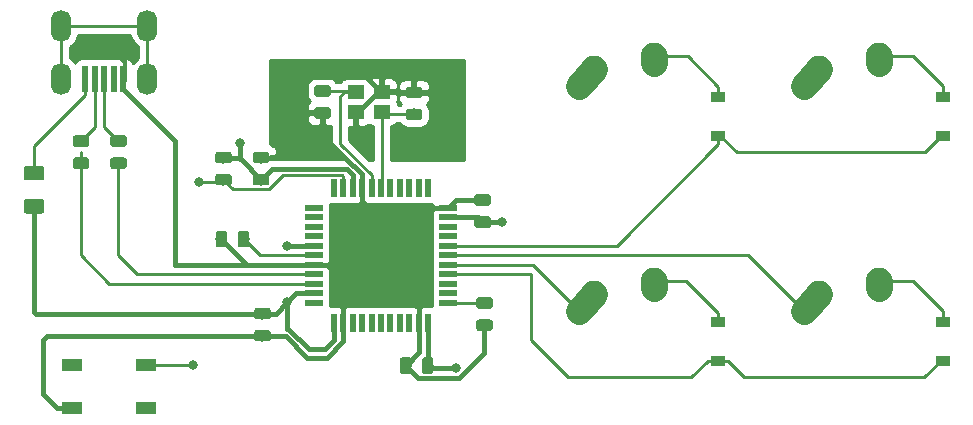
<source format=gbl>
G04 #@! TF.GenerationSoftware,KiCad,Pcbnew,(5.1.4)-1*
G04 #@! TF.CreationDate,2020-11-08T14:39:36-05:00*
G04 #@! TF.ProjectId,ai03-pcb-guide,61693033-2d70-4636-922d-67756964652e,rev?*
G04 #@! TF.SameCoordinates,Original*
G04 #@! TF.FileFunction,Copper,L2,Bot*
G04 #@! TF.FilePolarity,Positive*
%FSLAX46Y46*%
G04 Gerber Fmt 4.6, Leading zero omitted, Abs format (unit mm)*
G04 Created by KiCad (PCBNEW (5.1.4)-1) date 2020-11-08 14:39:36*
%MOMM*%
%LPD*%
G04 APERTURE LIST*
%ADD10R,1.400000X1.200000*%
%ADD11O,1.700000X2.700000*%
%ADD12R,0.500000X2.250000*%
%ADD13R,0.550000X1.500000*%
%ADD14R,1.500000X0.550000*%
%ADD15R,1.800000X1.100000*%
%ADD16C,0.100000*%
%ADD17C,0.975000*%
%ADD18C,2.250000*%
%ADD19C,2.250000*%
%ADD20C,1.250000*%
%ADD21R,1.200000X0.900000*%
%ADD22C,0.800000*%
%ADD23C,0.381000*%
%ADD24C,0.254000*%
G04 APERTURE END LIST*
D10*
X114384000Y-121895500D03*
X112184000Y-121895500D03*
X112184000Y-123595500D03*
X114384000Y-123595500D03*
D11*
X87218500Y-116300250D03*
X94518500Y-116300250D03*
X94518500Y-120800250D03*
X87218500Y-120800250D03*
D12*
X89268500Y-120800250D03*
X90068500Y-120800250D03*
X90868500Y-120800250D03*
X91668500Y-120800250D03*
X92468500Y-120800250D03*
D13*
X110300000Y-141431250D03*
X111100000Y-141431250D03*
X111900000Y-141431250D03*
X112700000Y-141431250D03*
X113500000Y-141431250D03*
X114300000Y-141431250D03*
X115100000Y-141431250D03*
X115900000Y-141431250D03*
X116700000Y-141431250D03*
X117500000Y-141431250D03*
X118300000Y-141431250D03*
D14*
X120000000Y-139731250D03*
X120000000Y-138931250D03*
X120000000Y-138131250D03*
X120000000Y-137331250D03*
X120000000Y-136531250D03*
X120000000Y-135731250D03*
X120000000Y-134931250D03*
X120000000Y-134131250D03*
X120000000Y-133331250D03*
X120000000Y-132531250D03*
X120000000Y-131731250D03*
D13*
X118300000Y-130031250D03*
X117500000Y-130031250D03*
X116700000Y-130031250D03*
X115900000Y-130031250D03*
X115100000Y-130031250D03*
X114300000Y-130031250D03*
X113500000Y-130031250D03*
X112700000Y-130031250D03*
X111900000Y-130031250D03*
X111100000Y-130031250D03*
X110300000Y-130031250D03*
D14*
X108600000Y-131731250D03*
X108600000Y-132531250D03*
X108600000Y-133331250D03*
X108600000Y-134131250D03*
X108600000Y-134931250D03*
X108600000Y-135731250D03*
X108600000Y-136531250D03*
X108600000Y-137331250D03*
X108600000Y-138131250D03*
X108600000Y-138931250D03*
X108600000Y-139731250D03*
D15*
X94381250Y-148693750D03*
X88181250Y-144993750D03*
X94381250Y-144993750D03*
X88181250Y-148693750D03*
D16*
G36*
X123543142Y-141167174D02*
G01*
X123566803Y-141170684D01*
X123590007Y-141176496D01*
X123612529Y-141184554D01*
X123634153Y-141194782D01*
X123654670Y-141207079D01*
X123673883Y-141221329D01*
X123691607Y-141237393D01*
X123707671Y-141255117D01*
X123721921Y-141274330D01*
X123734218Y-141294847D01*
X123744446Y-141316471D01*
X123752504Y-141338993D01*
X123758316Y-141362197D01*
X123761826Y-141385858D01*
X123763000Y-141409750D01*
X123763000Y-141897250D01*
X123761826Y-141921142D01*
X123758316Y-141944803D01*
X123752504Y-141968007D01*
X123744446Y-141990529D01*
X123734218Y-142012153D01*
X123721921Y-142032670D01*
X123707671Y-142051883D01*
X123691607Y-142069607D01*
X123673883Y-142085671D01*
X123654670Y-142099921D01*
X123634153Y-142112218D01*
X123612529Y-142122446D01*
X123590007Y-142130504D01*
X123566803Y-142136316D01*
X123543142Y-142139826D01*
X123519250Y-142141000D01*
X122606750Y-142141000D01*
X122582858Y-142139826D01*
X122559197Y-142136316D01*
X122535993Y-142130504D01*
X122513471Y-142122446D01*
X122491847Y-142112218D01*
X122471330Y-142099921D01*
X122452117Y-142085671D01*
X122434393Y-142069607D01*
X122418329Y-142051883D01*
X122404079Y-142032670D01*
X122391782Y-142012153D01*
X122381554Y-141990529D01*
X122373496Y-141968007D01*
X122367684Y-141944803D01*
X122364174Y-141921142D01*
X122363000Y-141897250D01*
X122363000Y-141409750D01*
X122364174Y-141385858D01*
X122367684Y-141362197D01*
X122373496Y-141338993D01*
X122381554Y-141316471D01*
X122391782Y-141294847D01*
X122404079Y-141274330D01*
X122418329Y-141255117D01*
X122434393Y-141237393D01*
X122452117Y-141221329D01*
X122471330Y-141207079D01*
X122491847Y-141194782D01*
X122513471Y-141184554D01*
X122535993Y-141176496D01*
X122559197Y-141170684D01*
X122582858Y-141167174D01*
X122606750Y-141166000D01*
X123519250Y-141166000D01*
X123543142Y-141167174D01*
X123543142Y-141167174D01*
G37*
D17*
X123063000Y-141653500D03*
D16*
G36*
X123543142Y-139292174D02*
G01*
X123566803Y-139295684D01*
X123590007Y-139301496D01*
X123612529Y-139309554D01*
X123634153Y-139319782D01*
X123654670Y-139332079D01*
X123673883Y-139346329D01*
X123691607Y-139362393D01*
X123707671Y-139380117D01*
X123721921Y-139399330D01*
X123734218Y-139419847D01*
X123744446Y-139441471D01*
X123752504Y-139463993D01*
X123758316Y-139487197D01*
X123761826Y-139510858D01*
X123763000Y-139534750D01*
X123763000Y-140022250D01*
X123761826Y-140046142D01*
X123758316Y-140069803D01*
X123752504Y-140093007D01*
X123744446Y-140115529D01*
X123734218Y-140137153D01*
X123721921Y-140157670D01*
X123707671Y-140176883D01*
X123691607Y-140194607D01*
X123673883Y-140210671D01*
X123654670Y-140224921D01*
X123634153Y-140237218D01*
X123612529Y-140247446D01*
X123590007Y-140255504D01*
X123566803Y-140261316D01*
X123543142Y-140264826D01*
X123519250Y-140266000D01*
X122606750Y-140266000D01*
X122582858Y-140264826D01*
X122559197Y-140261316D01*
X122535993Y-140255504D01*
X122513471Y-140247446D01*
X122491847Y-140237218D01*
X122471330Y-140224921D01*
X122452117Y-140210671D01*
X122434393Y-140194607D01*
X122418329Y-140176883D01*
X122404079Y-140157670D01*
X122391782Y-140137153D01*
X122381554Y-140115529D01*
X122373496Y-140093007D01*
X122367684Y-140069803D01*
X122364174Y-140046142D01*
X122363000Y-140022250D01*
X122363000Y-139534750D01*
X122364174Y-139510858D01*
X122367684Y-139487197D01*
X122373496Y-139463993D01*
X122381554Y-139441471D01*
X122391782Y-139419847D01*
X122404079Y-139399330D01*
X122418329Y-139380117D01*
X122434393Y-139362393D01*
X122452117Y-139346329D01*
X122471330Y-139332079D01*
X122491847Y-139319782D01*
X122513471Y-139309554D01*
X122535993Y-139301496D01*
X122559197Y-139295684D01*
X122582858Y-139292174D01*
X122606750Y-139291000D01*
X123519250Y-139291000D01*
X123543142Y-139292174D01*
X123543142Y-139292174D01*
G37*
D17*
X123063000Y-139778500D03*
D16*
G36*
X89380142Y-127451174D02*
G01*
X89403803Y-127454684D01*
X89427007Y-127460496D01*
X89449529Y-127468554D01*
X89471153Y-127478782D01*
X89491670Y-127491079D01*
X89510883Y-127505329D01*
X89528607Y-127521393D01*
X89544671Y-127539117D01*
X89558921Y-127558330D01*
X89571218Y-127578847D01*
X89581446Y-127600471D01*
X89589504Y-127622993D01*
X89595316Y-127646197D01*
X89598826Y-127669858D01*
X89600000Y-127693750D01*
X89600000Y-128181250D01*
X89598826Y-128205142D01*
X89595316Y-128228803D01*
X89589504Y-128252007D01*
X89581446Y-128274529D01*
X89571218Y-128296153D01*
X89558921Y-128316670D01*
X89544671Y-128335883D01*
X89528607Y-128353607D01*
X89510883Y-128369671D01*
X89491670Y-128383921D01*
X89471153Y-128396218D01*
X89449529Y-128406446D01*
X89427007Y-128414504D01*
X89403803Y-128420316D01*
X89380142Y-128423826D01*
X89356250Y-128425000D01*
X88443750Y-128425000D01*
X88419858Y-128423826D01*
X88396197Y-128420316D01*
X88372993Y-128414504D01*
X88350471Y-128406446D01*
X88328847Y-128396218D01*
X88308330Y-128383921D01*
X88289117Y-128369671D01*
X88271393Y-128353607D01*
X88255329Y-128335883D01*
X88241079Y-128316670D01*
X88228782Y-128296153D01*
X88218554Y-128274529D01*
X88210496Y-128252007D01*
X88204684Y-128228803D01*
X88201174Y-128205142D01*
X88200000Y-128181250D01*
X88200000Y-127693750D01*
X88201174Y-127669858D01*
X88204684Y-127646197D01*
X88210496Y-127622993D01*
X88218554Y-127600471D01*
X88228782Y-127578847D01*
X88241079Y-127558330D01*
X88255329Y-127539117D01*
X88271393Y-127521393D01*
X88289117Y-127505329D01*
X88308330Y-127491079D01*
X88328847Y-127478782D01*
X88350471Y-127468554D01*
X88372993Y-127460496D01*
X88396197Y-127454684D01*
X88419858Y-127451174D01*
X88443750Y-127450000D01*
X89356250Y-127450000D01*
X89380142Y-127451174D01*
X89380142Y-127451174D01*
G37*
D17*
X88900000Y-127937500D03*
D16*
G36*
X89380142Y-125576174D02*
G01*
X89403803Y-125579684D01*
X89427007Y-125585496D01*
X89449529Y-125593554D01*
X89471153Y-125603782D01*
X89491670Y-125616079D01*
X89510883Y-125630329D01*
X89528607Y-125646393D01*
X89544671Y-125664117D01*
X89558921Y-125683330D01*
X89571218Y-125703847D01*
X89581446Y-125725471D01*
X89589504Y-125747993D01*
X89595316Y-125771197D01*
X89598826Y-125794858D01*
X89600000Y-125818750D01*
X89600000Y-126306250D01*
X89598826Y-126330142D01*
X89595316Y-126353803D01*
X89589504Y-126377007D01*
X89581446Y-126399529D01*
X89571218Y-126421153D01*
X89558921Y-126441670D01*
X89544671Y-126460883D01*
X89528607Y-126478607D01*
X89510883Y-126494671D01*
X89491670Y-126508921D01*
X89471153Y-126521218D01*
X89449529Y-126531446D01*
X89427007Y-126539504D01*
X89403803Y-126545316D01*
X89380142Y-126548826D01*
X89356250Y-126550000D01*
X88443750Y-126550000D01*
X88419858Y-126548826D01*
X88396197Y-126545316D01*
X88372993Y-126539504D01*
X88350471Y-126531446D01*
X88328847Y-126521218D01*
X88308330Y-126508921D01*
X88289117Y-126494671D01*
X88271393Y-126478607D01*
X88255329Y-126460883D01*
X88241079Y-126441670D01*
X88228782Y-126421153D01*
X88218554Y-126399529D01*
X88210496Y-126377007D01*
X88204684Y-126353803D01*
X88201174Y-126330142D01*
X88200000Y-126306250D01*
X88200000Y-125818750D01*
X88201174Y-125794858D01*
X88204684Y-125771197D01*
X88210496Y-125747993D01*
X88218554Y-125725471D01*
X88228782Y-125703847D01*
X88241079Y-125683330D01*
X88255329Y-125664117D01*
X88271393Y-125646393D01*
X88289117Y-125630329D01*
X88308330Y-125616079D01*
X88328847Y-125603782D01*
X88350471Y-125593554D01*
X88372993Y-125585496D01*
X88396197Y-125579684D01*
X88419858Y-125576174D01*
X88443750Y-125575000D01*
X89356250Y-125575000D01*
X89380142Y-125576174D01*
X89380142Y-125576174D01*
G37*
D17*
X88900000Y-126062500D03*
D16*
G36*
X92555142Y-127451174D02*
G01*
X92578803Y-127454684D01*
X92602007Y-127460496D01*
X92624529Y-127468554D01*
X92646153Y-127478782D01*
X92666670Y-127491079D01*
X92685883Y-127505329D01*
X92703607Y-127521393D01*
X92719671Y-127539117D01*
X92733921Y-127558330D01*
X92746218Y-127578847D01*
X92756446Y-127600471D01*
X92764504Y-127622993D01*
X92770316Y-127646197D01*
X92773826Y-127669858D01*
X92775000Y-127693750D01*
X92775000Y-128181250D01*
X92773826Y-128205142D01*
X92770316Y-128228803D01*
X92764504Y-128252007D01*
X92756446Y-128274529D01*
X92746218Y-128296153D01*
X92733921Y-128316670D01*
X92719671Y-128335883D01*
X92703607Y-128353607D01*
X92685883Y-128369671D01*
X92666670Y-128383921D01*
X92646153Y-128396218D01*
X92624529Y-128406446D01*
X92602007Y-128414504D01*
X92578803Y-128420316D01*
X92555142Y-128423826D01*
X92531250Y-128425000D01*
X91618750Y-128425000D01*
X91594858Y-128423826D01*
X91571197Y-128420316D01*
X91547993Y-128414504D01*
X91525471Y-128406446D01*
X91503847Y-128396218D01*
X91483330Y-128383921D01*
X91464117Y-128369671D01*
X91446393Y-128353607D01*
X91430329Y-128335883D01*
X91416079Y-128316670D01*
X91403782Y-128296153D01*
X91393554Y-128274529D01*
X91385496Y-128252007D01*
X91379684Y-128228803D01*
X91376174Y-128205142D01*
X91375000Y-128181250D01*
X91375000Y-127693750D01*
X91376174Y-127669858D01*
X91379684Y-127646197D01*
X91385496Y-127622993D01*
X91393554Y-127600471D01*
X91403782Y-127578847D01*
X91416079Y-127558330D01*
X91430329Y-127539117D01*
X91446393Y-127521393D01*
X91464117Y-127505329D01*
X91483330Y-127491079D01*
X91503847Y-127478782D01*
X91525471Y-127468554D01*
X91547993Y-127460496D01*
X91571197Y-127454684D01*
X91594858Y-127451174D01*
X91618750Y-127450000D01*
X92531250Y-127450000D01*
X92555142Y-127451174D01*
X92555142Y-127451174D01*
G37*
D17*
X92075000Y-127937500D03*
D16*
G36*
X92555142Y-125576174D02*
G01*
X92578803Y-125579684D01*
X92602007Y-125585496D01*
X92624529Y-125593554D01*
X92646153Y-125603782D01*
X92666670Y-125616079D01*
X92685883Y-125630329D01*
X92703607Y-125646393D01*
X92719671Y-125664117D01*
X92733921Y-125683330D01*
X92746218Y-125703847D01*
X92756446Y-125725471D01*
X92764504Y-125747993D01*
X92770316Y-125771197D01*
X92773826Y-125794858D01*
X92775000Y-125818750D01*
X92775000Y-126306250D01*
X92773826Y-126330142D01*
X92770316Y-126353803D01*
X92764504Y-126377007D01*
X92756446Y-126399529D01*
X92746218Y-126421153D01*
X92733921Y-126441670D01*
X92719671Y-126460883D01*
X92703607Y-126478607D01*
X92685883Y-126494671D01*
X92666670Y-126508921D01*
X92646153Y-126521218D01*
X92624529Y-126531446D01*
X92602007Y-126539504D01*
X92578803Y-126545316D01*
X92555142Y-126548826D01*
X92531250Y-126550000D01*
X91618750Y-126550000D01*
X91594858Y-126548826D01*
X91571197Y-126545316D01*
X91547993Y-126539504D01*
X91525471Y-126531446D01*
X91503847Y-126521218D01*
X91483330Y-126508921D01*
X91464117Y-126494671D01*
X91446393Y-126478607D01*
X91430329Y-126460883D01*
X91416079Y-126441670D01*
X91403782Y-126421153D01*
X91393554Y-126399529D01*
X91385496Y-126377007D01*
X91379684Y-126353803D01*
X91376174Y-126330142D01*
X91375000Y-126306250D01*
X91375000Y-125818750D01*
X91376174Y-125794858D01*
X91379684Y-125771197D01*
X91385496Y-125747993D01*
X91393554Y-125725471D01*
X91403782Y-125703847D01*
X91416079Y-125683330D01*
X91430329Y-125664117D01*
X91446393Y-125646393D01*
X91464117Y-125630329D01*
X91483330Y-125616079D01*
X91503847Y-125603782D01*
X91525471Y-125593554D01*
X91547993Y-125585496D01*
X91571197Y-125579684D01*
X91594858Y-125576174D01*
X91618750Y-125575000D01*
X92531250Y-125575000D01*
X92555142Y-125576174D01*
X92555142Y-125576174D01*
G37*
D17*
X92075000Y-126062500D03*
D16*
G36*
X101445142Y-126973174D02*
G01*
X101468803Y-126976684D01*
X101492007Y-126982496D01*
X101514529Y-126990554D01*
X101536153Y-127000782D01*
X101556670Y-127013079D01*
X101575883Y-127027329D01*
X101593607Y-127043393D01*
X101609671Y-127061117D01*
X101623921Y-127080330D01*
X101636218Y-127100847D01*
X101646446Y-127122471D01*
X101654504Y-127144993D01*
X101660316Y-127168197D01*
X101663826Y-127191858D01*
X101665000Y-127215750D01*
X101665000Y-127703250D01*
X101663826Y-127727142D01*
X101660316Y-127750803D01*
X101654504Y-127774007D01*
X101646446Y-127796529D01*
X101636218Y-127818153D01*
X101623921Y-127838670D01*
X101609671Y-127857883D01*
X101593607Y-127875607D01*
X101575883Y-127891671D01*
X101556670Y-127905921D01*
X101536153Y-127918218D01*
X101514529Y-127928446D01*
X101492007Y-127936504D01*
X101468803Y-127942316D01*
X101445142Y-127945826D01*
X101421250Y-127947000D01*
X100508750Y-127947000D01*
X100484858Y-127945826D01*
X100461197Y-127942316D01*
X100437993Y-127936504D01*
X100415471Y-127928446D01*
X100393847Y-127918218D01*
X100373330Y-127905921D01*
X100354117Y-127891671D01*
X100336393Y-127875607D01*
X100320329Y-127857883D01*
X100306079Y-127838670D01*
X100293782Y-127818153D01*
X100283554Y-127796529D01*
X100275496Y-127774007D01*
X100269684Y-127750803D01*
X100266174Y-127727142D01*
X100265000Y-127703250D01*
X100265000Y-127215750D01*
X100266174Y-127191858D01*
X100269684Y-127168197D01*
X100275496Y-127144993D01*
X100283554Y-127122471D01*
X100293782Y-127100847D01*
X100306079Y-127080330D01*
X100320329Y-127061117D01*
X100336393Y-127043393D01*
X100354117Y-127027329D01*
X100373330Y-127013079D01*
X100393847Y-127000782D01*
X100415471Y-126990554D01*
X100437993Y-126982496D01*
X100461197Y-126976684D01*
X100484858Y-126973174D01*
X100508750Y-126972000D01*
X101421250Y-126972000D01*
X101445142Y-126973174D01*
X101445142Y-126973174D01*
G37*
D17*
X100965000Y-127459500D03*
D16*
G36*
X101445142Y-128848174D02*
G01*
X101468803Y-128851684D01*
X101492007Y-128857496D01*
X101514529Y-128865554D01*
X101536153Y-128875782D01*
X101556670Y-128888079D01*
X101575883Y-128902329D01*
X101593607Y-128918393D01*
X101609671Y-128936117D01*
X101623921Y-128955330D01*
X101636218Y-128975847D01*
X101646446Y-128997471D01*
X101654504Y-129019993D01*
X101660316Y-129043197D01*
X101663826Y-129066858D01*
X101665000Y-129090750D01*
X101665000Y-129578250D01*
X101663826Y-129602142D01*
X101660316Y-129625803D01*
X101654504Y-129649007D01*
X101646446Y-129671529D01*
X101636218Y-129693153D01*
X101623921Y-129713670D01*
X101609671Y-129732883D01*
X101593607Y-129750607D01*
X101575883Y-129766671D01*
X101556670Y-129780921D01*
X101536153Y-129793218D01*
X101514529Y-129803446D01*
X101492007Y-129811504D01*
X101468803Y-129817316D01*
X101445142Y-129820826D01*
X101421250Y-129822000D01*
X100508750Y-129822000D01*
X100484858Y-129820826D01*
X100461197Y-129817316D01*
X100437993Y-129811504D01*
X100415471Y-129803446D01*
X100393847Y-129793218D01*
X100373330Y-129780921D01*
X100354117Y-129766671D01*
X100336393Y-129750607D01*
X100320329Y-129732883D01*
X100306079Y-129713670D01*
X100293782Y-129693153D01*
X100283554Y-129671529D01*
X100275496Y-129649007D01*
X100269684Y-129625803D01*
X100266174Y-129602142D01*
X100265000Y-129578250D01*
X100265000Y-129090750D01*
X100266174Y-129066858D01*
X100269684Y-129043197D01*
X100275496Y-129019993D01*
X100283554Y-128997471D01*
X100293782Y-128975847D01*
X100306079Y-128955330D01*
X100320329Y-128936117D01*
X100336393Y-128918393D01*
X100354117Y-128902329D01*
X100373330Y-128888079D01*
X100393847Y-128875782D01*
X100415471Y-128865554D01*
X100437993Y-128857496D01*
X100461197Y-128851684D01*
X100484858Y-128848174D01*
X100508750Y-128847000D01*
X101421250Y-128847000D01*
X101445142Y-128848174D01*
X101445142Y-128848174D01*
G37*
D17*
X100965000Y-129334500D03*
D18*
X151424000Y-139002000D03*
X150769001Y-139732000D03*
D19*
X150114000Y-140462000D02*
X151424002Y-139002000D01*
D18*
X156464000Y-137922000D03*
X156444000Y-138212000D03*
D19*
X156424000Y-138502000D02*
X156464000Y-137922000D01*
D18*
X132374000Y-139002000D03*
X131719001Y-139732000D03*
D19*
X131064000Y-140462000D02*
X132374002Y-139002000D01*
D18*
X137414000Y-137922000D03*
X137394000Y-138212000D03*
D19*
X137374000Y-138502000D02*
X137414000Y-137922000D01*
D18*
X151424000Y-119952000D03*
X150769001Y-120682000D03*
D19*
X150114000Y-121412000D02*
X151424002Y-119952000D01*
D18*
X156464000Y-118872000D03*
X156444000Y-119162000D03*
D19*
X156424000Y-119452000D02*
X156464000Y-118872000D01*
D18*
X132374000Y-119952000D03*
X131719001Y-120682000D03*
D19*
X131064000Y-121412000D02*
X132374002Y-119952000D01*
D18*
X137414000Y-118872000D03*
X137394000Y-119162000D03*
D19*
X137374000Y-119452000D02*
X137414000Y-118872000D01*
D16*
G36*
X85580754Y-128151204D02*
G01*
X85605023Y-128154804D01*
X85628821Y-128160765D01*
X85651921Y-128169030D01*
X85674099Y-128179520D01*
X85695143Y-128192133D01*
X85714848Y-128206747D01*
X85733027Y-128223223D01*
X85749503Y-128241402D01*
X85764117Y-128261107D01*
X85776730Y-128282151D01*
X85787220Y-128304329D01*
X85795485Y-128327429D01*
X85801446Y-128351227D01*
X85805046Y-128375496D01*
X85806250Y-128400000D01*
X85806250Y-129150000D01*
X85805046Y-129174504D01*
X85801446Y-129198773D01*
X85795485Y-129222571D01*
X85787220Y-129245671D01*
X85776730Y-129267849D01*
X85764117Y-129288893D01*
X85749503Y-129308598D01*
X85733027Y-129326777D01*
X85714848Y-129343253D01*
X85695143Y-129357867D01*
X85674099Y-129370480D01*
X85651921Y-129380970D01*
X85628821Y-129389235D01*
X85605023Y-129395196D01*
X85580754Y-129398796D01*
X85556250Y-129400000D01*
X84306250Y-129400000D01*
X84281746Y-129398796D01*
X84257477Y-129395196D01*
X84233679Y-129389235D01*
X84210579Y-129380970D01*
X84188401Y-129370480D01*
X84167357Y-129357867D01*
X84147652Y-129343253D01*
X84129473Y-129326777D01*
X84112997Y-129308598D01*
X84098383Y-129288893D01*
X84085770Y-129267849D01*
X84075280Y-129245671D01*
X84067015Y-129222571D01*
X84061054Y-129198773D01*
X84057454Y-129174504D01*
X84056250Y-129150000D01*
X84056250Y-128400000D01*
X84057454Y-128375496D01*
X84061054Y-128351227D01*
X84067015Y-128327429D01*
X84075280Y-128304329D01*
X84085770Y-128282151D01*
X84098383Y-128261107D01*
X84112997Y-128241402D01*
X84129473Y-128223223D01*
X84147652Y-128206747D01*
X84167357Y-128192133D01*
X84188401Y-128179520D01*
X84210579Y-128169030D01*
X84233679Y-128160765D01*
X84257477Y-128154804D01*
X84281746Y-128151204D01*
X84306250Y-128150000D01*
X85556250Y-128150000D01*
X85580754Y-128151204D01*
X85580754Y-128151204D01*
G37*
D20*
X84931250Y-128775000D03*
D16*
G36*
X85580754Y-130951204D02*
G01*
X85605023Y-130954804D01*
X85628821Y-130960765D01*
X85651921Y-130969030D01*
X85674099Y-130979520D01*
X85695143Y-130992133D01*
X85714848Y-131006747D01*
X85733027Y-131023223D01*
X85749503Y-131041402D01*
X85764117Y-131061107D01*
X85776730Y-131082151D01*
X85787220Y-131104329D01*
X85795485Y-131127429D01*
X85801446Y-131151227D01*
X85805046Y-131175496D01*
X85806250Y-131200000D01*
X85806250Y-131950000D01*
X85805046Y-131974504D01*
X85801446Y-131998773D01*
X85795485Y-132022571D01*
X85787220Y-132045671D01*
X85776730Y-132067849D01*
X85764117Y-132088893D01*
X85749503Y-132108598D01*
X85733027Y-132126777D01*
X85714848Y-132143253D01*
X85695143Y-132157867D01*
X85674099Y-132170480D01*
X85651921Y-132180970D01*
X85628821Y-132189235D01*
X85605023Y-132195196D01*
X85580754Y-132198796D01*
X85556250Y-132200000D01*
X84306250Y-132200000D01*
X84281746Y-132198796D01*
X84257477Y-132195196D01*
X84233679Y-132189235D01*
X84210579Y-132180970D01*
X84188401Y-132170480D01*
X84167357Y-132157867D01*
X84147652Y-132143253D01*
X84129473Y-132126777D01*
X84112997Y-132108598D01*
X84098383Y-132088893D01*
X84085770Y-132067849D01*
X84075280Y-132045671D01*
X84067015Y-132022571D01*
X84061054Y-131998773D01*
X84057454Y-131974504D01*
X84056250Y-131950000D01*
X84056250Y-131200000D01*
X84057454Y-131175496D01*
X84061054Y-131151227D01*
X84067015Y-131127429D01*
X84075280Y-131104329D01*
X84085770Y-131082151D01*
X84098383Y-131061107D01*
X84112997Y-131041402D01*
X84129473Y-131023223D01*
X84147652Y-131006747D01*
X84167357Y-130992133D01*
X84188401Y-130979520D01*
X84210579Y-130969030D01*
X84233679Y-130960765D01*
X84257477Y-130954804D01*
X84281746Y-130951204D01*
X84306250Y-130950000D01*
X85556250Y-130950000D01*
X85580754Y-130951204D01*
X85580754Y-130951204D01*
G37*
D20*
X84931250Y-131575000D03*
D21*
X161861500Y-141352000D03*
X161861500Y-144652000D03*
X142811500Y-141352000D03*
X142811500Y-144652000D03*
X161861500Y-122302000D03*
X161861500Y-125602000D03*
X142875000Y-122302000D03*
X142875000Y-125602000D03*
D16*
G36*
X104747142Y-142056174D02*
G01*
X104770803Y-142059684D01*
X104794007Y-142065496D01*
X104816529Y-142073554D01*
X104838153Y-142083782D01*
X104858670Y-142096079D01*
X104877883Y-142110329D01*
X104895607Y-142126393D01*
X104911671Y-142144117D01*
X104925921Y-142163330D01*
X104938218Y-142183847D01*
X104948446Y-142205471D01*
X104956504Y-142227993D01*
X104962316Y-142251197D01*
X104965826Y-142274858D01*
X104967000Y-142298750D01*
X104967000Y-142786250D01*
X104965826Y-142810142D01*
X104962316Y-142833803D01*
X104956504Y-142857007D01*
X104948446Y-142879529D01*
X104938218Y-142901153D01*
X104925921Y-142921670D01*
X104911671Y-142940883D01*
X104895607Y-142958607D01*
X104877883Y-142974671D01*
X104858670Y-142988921D01*
X104838153Y-143001218D01*
X104816529Y-143011446D01*
X104794007Y-143019504D01*
X104770803Y-143025316D01*
X104747142Y-143028826D01*
X104723250Y-143030000D01*
X103810750Y-143030000D01*
X103786858Y-143028826D01*
X103763197Y-143025316D01*
X103739993Y-143019504D01*
X103717471Y-143011446D01*
X103695847Y-143001218D01*
X103675330Y-142988921D01*
X103656117Y-142974671D01*
X103638393Y-142958607D01*
X103622329Y-142940883D01*
X103608079Y-142921670D01*
X103595782Y-142901153D01*
X103585554Y-142879529D01*
X103577496Y-142857007D01*
X103571684Y-142833803D01*
X103568174Y-142810142D01*
X103567000Y-142786250D01*
X103567000Y-142298750D01*
X103568174Y-142274858D01*
X103571684Y-142251197D01*
X103577496Y-142227993D01*
X103585554Y-142205471D01*
X103595782Y-142183847D01*
X103608079Y-142163330D01*
X103622329Y-142144117D01*
X103638393Y-142126393D01*
X103656117Y-142110329D01*
X103675330Y-142096079D01*
X103695847Y-142083782D01*
X103717471Y-142073554D01*
X103739993Y-142065496D01*
X103763197Y-142059684D01*
X103786858Y-142056174D01*
X103810750Y-142055000D01*
X104723250Y-142055000D01*
X104747142Y-142056174D01*
X104747142Y-142056174D01*
G37*
D17*
X104267000Y-142542500D03*
D16*
G36*
X104747142Y-140181174D02*
G01*
X104770803Y-140184684D01*
X104794007Y-140190496D01*
X104816529Y-140198554D01*
X104838153Y-140208782D01*
X104858670Y-140221079D01*
X104877883Y-140235329D01*
X104895607Y-140251393D01*
X104911671Y-140269117D01*
X104925921Y-140288330D01*
X104938218Y-140308847D01*
X104948446Y-140330471D01*
X104956504Y-140352993D01*
X104962316Y-140376197D01*
X104965826Y-140399858D01*
X104967000Y-140423750D01*
X104967000Y-140911250D01*
X104965826Y-140935142D01*
X104962316Y-140958803D01*
X104956504Y-140982007D01*
X104948446Y-141004529D01*
X104938218Y-141026153D01*
X104925921Y-141046670D01*
X104911671Y-141065883D01*
X104895607Y-141083607D01*
X104877883Y-141099671D01*
X104858670Y-141113921D01*
X104838153Y-141126218D01*
X104816529Y-141136446D01*
X104794007Y-141144504D01*
X104770803Y-141150316D01*
X104747142Y-141153826D01*
X104723250Y-141155000D01*
X103810750Y-141155000D01*
X103786858Y-141153826D01*
X103763197Y-141150316D01*
X103739993Y-141144504D01*
X103717471Y-141136446D01*
X103695847Y-141126218D01*
X103675330Y-141113921D01*
X103656117Y-141099671D01*
X103638393Y-141083607D01*
X103622329Y-141065883D01*
X103608079Y-141046670D01*
X103595782Y-141026153D01*
X103585554Y-141004529D01*
X103577496Y-140982007D01*
X103571684Y-140958803D01*
X103568174Y-140935142D01*
X103567000Y-140911250D01*
X103567000Y-140423750D01*
X103568174Y-140399858D01*
X103571684Y-140376197D01*
X103577496Y-140352993D01*
X103585554Y-140330471D01*
X103595782Y-140308847D01*
X103608079Y-140288330D01*
X103622329Y-140269117D01*
X103638393Y-140251393D01*
X103656117Y-140235329D01*
X103675330Y-140221079D01*
X103695847Y-140208782D01*
X103717471Y-140198554D01*
X103739993Y-140190496D01*
X103763197Y-140184684D01*
X103786858Y-140181174D01*
X103810750Y-140180000D01*
X104723250Y-140180000D01*
X104747142Y-140181174D01*
X104747142Y-140181174D01*
G37*
D17*
X104267000Y-140667500D03*
D16*
G36*
X116646392Y-144366924D02*
G01*
X116670053Y-144370434D01*
X116693257Y-144376246D01*
X116715779Y-144384304D01*
X116737403Y-144394532D01*
X116757920Y-144406829D01*
X116777133Y-144421079D01*
X116794857Y-144437143D01*
X116810921Y-144454867D01*
X116825171Y-144474080D01*
X116837468Y-144494597D01*
X116847696Y-144516221D01*
X116855754Y-144538743D01*
X116861566Y-144561947D01*
X116865076Y-144585608D01*
X116866250Y-144609500D01*
X116866250Y-145522000D01*
X116865076Y-145545892D01*
X116861566Y-145569553D01*
X116855754Y-145592757D01*
X116847696Y-145615279D01*
X116837468Y-145636903D01*
X116825171Y-145657420D01*
X116810921Y-145676633D01*
X116794857Y-145694357D01*
X116777133Y-145710421D01*
X116757920Y-145724671D01*
X116737403Y-145736968D01*
X116715779Y-145747196D01*
X116693257Y-145755254D01*
X116670053Y-145761066D01*
X116646392Y-145764576D01*
X116622500Y-145765750D01*
X116135000Y-145765750D01*
X116111108Y-145764576D01*
X116087447Y-145761066D01*
X116064243Y-145755254D01*
X116041721Y-145747196D01*
X116020097Y-145736968D01*
X115999580Y-145724671D01*
X115980367Y-145710421D01*
X115962643Y-145694357D01*
X115946579Y-145676633D01*
X115932329Y-145657420D01*
X115920032Y-145636903D01*
X115909804Y-145615279D01*
X115901746Y-145592757D01*
X115895934Y-145569553D01*
X115892424Y-145545892D01*
X115891250Y-145522000D01*
X115891250Y-144609500D01*
X115892424Y-144585608D01*
X115895934Y-144561947D01*
X115901746Y-144538743D01*
X115909804Y-144516221D01*
X115920032Y-144494597D01*
X115932329Y-144474080D01*
X115946579Y-144454867D01*
X115962643Y-144437143D01*
X115980367Y-144421079D01*
X115999580Y-144406829D01*
X116020097Y-144394532D01*
X116041721Y-144384304D01*
X116064243Y-144376246D01*
X116087447Y-144370434D01*
X116111108Y-144366924D01*
X116135000Y-144365750D01*
X116622500Y-144365750D01*
X116646392Y-144366924D01*
X116646392Y-144366924D01*
G37*
D17*
X116378750Y-145065750D03*
D16*
G36*
X118521392Y-144366924D02*
G01*
X118545053Y-144370434D01*
X118568257Y-144376246D01*
X118590779Y-144384304D01*
X118612403Y-144394532D01*
X118632920Y-144406829D01*
X118652133Y-144421079D01*
X118669857Y-144437143D01*
X118685921Y-144454867D01*
X118700171Y-144474080D01*
X118712468Y-144494597D01*
X118722696Y-144516221D01*
X118730754Y-144538743D01*
X118736566Y-144561947D01*
X118740076Y-144585608D01*
X118741250Y-144609500D01*
X118741250Y-145522000D01*
X118740076Y-145545892D01*
X118736566Y-145569553D01*
X118730754Y-145592757D01*
X118722696Y-145615279D01*
X118712468Y-145636903D01*
X118700171Y-145657420D01*
X118685921Y-145676633D01*
X118669857Y-145694357D01*
X118652133Y-145710421D01*
X118632920Y-145724671D01*
X118612403Y-145736968D01*
X118590779Y-145747196D01*
X118568257Y-145755254D01*
X118545053Y-145761066D01*
X118521392Y-145764576D01*
X118497500Y-145765750D01*
X118010000Y-145765750D01*
X117986108Y-145764576D01*
X117962447Y-145761066D01*
X117939243Y-145755254D01*
X117916721Y-145747196D01*
X117895097Y-145736968D01*
X117874580Y-145724671D01*
X117855367Y-145710421D01*
X117837643Y-145694357D01*
X117821579Y-145676633D01*
X117807329Y-145657420D01*
X117795032Y-145636903D01*
X117784804Y-145615279D01*
X117776746Y-145592757D01*
X117770934Y-145569553D01*
X117767424Y-145545892D01*
X117766250Y-145522000D01*
X117766250Y-144609500D01*
X117767424Y-144585608D01*
X117770934Y-144561947D01*
X117776746Y-144538743D01*
X117784804Y-144516221D01*
X117795032Y-144494597D01*
X117807329Y-144474080D01*
X117821579Y-144454867D01*
X117837643Y-144437143D01*
X117855367Y-144421079D01*
X117874580Y-144406829D01*
X117895097Y-144394532D01*
X117916721Y-144384304D01*
X117939243Y-144376246D01*
X117962447Y-144370434D01*
X117986108Y-144366924D01*
X118010000Y-144365750D01*
X118497500Y-144365750D01*
X118521392Y-144366924D01*
X118521392Y-144366924D01*
G37*
D17*
X118253750Y-145065750D03*
D16*
G36*
X104620142Y-126973174D02*
G01*
X104643803Y-126976684D01*
X104667007Y-126982496D01*
X104689529Y-126990554D01*
X104711153Y-127000782D01*
X104731670Y-127013079D01*
X104750883Y-127027329D01*
X104768607Y-127043393D01*
X104784671Y-127061117D01*
X104798921Y-127080330D01*
X104811218Y-127100847D01*
X104821446Y-127122471D01*
X104829504Y-127144993D01*
X104835316Y-127168197D01*
X104838826Y-127191858D01*
X104840000Y-127215750D01*
X104840000Y-127703250D01*
X104838826Y-127727142D01*
X104835316Y-127750803D01*
X104829504Y-127774007D01*
X104821446Y-127796529D01*
X104811218Y-127818153D01*
X104798921Y-127838670D01*
X104784671Y-127857883D01*
X104768607Y-127875607D01*
X104750883Y-127891671D01*
X104731670Y-127905921D01*
X104711153Y-127918218D01*
X104689529Y-127928446D01*
X104667007Y-127936504D01*
X104643803Y-127942316D01*
X104620142Y-127945826D01*
X104596250Y-127947000D01*
X103683750Y-127947000D01*
X103659858Y-127945826D01*
X103636197Y-127942316D01*
X103612993Y-127936504D01*
X103590471Y-127928446D01*
X103568847Y-127918218D01*
X103548330Y-127905921D01*
X103529117Y-127891671D01*
X103511393Y-127875607D01*
X103495329Y-127857883D01*
X103481079Y-127838670D01*
X103468782Y-127818153D01*
X103458554Y-127796529D01*
X103450496Y-127774007D01*
X103444684Y-127750803D01*
X103441174Y-127727142D01*
X103440000Y-127703250D01*
X103440000Y-127215750D01*
X103441174Y-127191858D01*
X103444684Y-127168197D01*
X103450496Y-127144993D01*
X103458554Y-127122471D01*
X103468782Y-127100847D01*
X103481079Y-127080330D01*
X103495329Y-127061117D01*
X103511393Y-127043393D01*
X103529117Y-127027329D01*
X103548330Y-127013079D01*
X103568847Y-127000782D01*
X103590471Y-126990554D01*
X103612993Y-126982496D01*
X103636197Y-126976684D01*
X103659858Y-126973174D01*
X103683750Y-126972000D01*
X104596250Y-126972000D01*
X104620142Y-126973174D01*
X104620142Y-126973174D01*
G37*
D17*
X104140000Y-127459500D03*
D16*
G36*
X104620142Y-128848174D02*
G01*
X104643803Y-128851684D01*
X104667007Y-128857496D01*
X104689529Y-128865554D01*
X104711153Y-128875782D01*
X104731670Y-128888079D01*
X104750883Y-128902329D01*
X104768607Y-128918393D01*
X104784671Y-128936117D01*
X104798921Y-128955330D01*
X104811218Y-128975847D01*
X104821446Y-128997471D01*
X104829504Y-129019993D01*
X104835316Y-129043197D01*
X104838826Y-129066858D01*
X104840000Y-129090750D01*
X104840000Y-129578250D01*
X104838826Y-129602142D01*
X104835316Y-129625803D01*
X104829504Y-129649007D01*
X104821446Y-129671529D01*
X104811218Y-129693153D01*
X104798921Y-129713670D01*
X104784671Y-129732883D01*
X104768607Y-129750607D01*
X104750883Y-129766671D01*
X104731670Y-129780921D01*
X104711153Y-129793218D01*
X104689529Y-129803446D01*
X104667007Y-129811504D01*
X104643803Y-129817316D01*
X104620142Y-129820826D01*
X104596250Y-129822000D01*
X103683750Y-129822000D01*
X103659858Y-129820826D01*
X103636197Y-129817316D01*
X103612993Y-129811504D01*
X103590471Y-129803446D01*
X103568847Y-129793218D01*
X103548330Y-129780921D01*
X103529117Y-129766671D01*
X103511393Y-129750607D01*
X103495329Y-129732883D01*
X103481079Y-129713670D01*
X103468782Y-129693153D01*
X103458554Y-129671529D01*
X103450496Y-129649007D01*
X103444684Y-129625803D01*
X103441174Y-129602142D01*
X103440000Y-129578250D01*
X103440000Y-129090750D01*
X103441174Y-129066858D01*
X103444684Y-129043197D01*
X103450496Y-129019993D01*
X103458554Y-128997471D01*
X103468782Y-128975847D01*
X103481079Y-128955330D01*
X103495329Y-128936117D01*
X103511393Y-128918393D01*
X103529117Y-128902329D01*
X103548330Y-128888079D01*
X103568847Y-128875782D01*
X103590471Y-128865554D01*
X103612993Y-128857496D01*
X103636197Y-128851684D01*
X103659858Y-128848174D01*
X103683750Y-128847000D01*
X104596250Y-128847000D01*
X104620142Y-128848174D01*
X104620142Y-128848174D01*
G37*
D17*
X104140000Y-129334500D03*
D16*
G36*
X123384392Y-130560924D02*
G01*
X123408053Y-130564434D01*
X123431257Y-130570246D01*
X123453779Y-130578304D01*
X123475403Y-130588532D01*
X123495920Y-130600829D01*
X123515133Y-130615079D01*
X123532857Y-130631143D01*
X123548921Y-130648867D01*
X123563171Y-130668080D01*
X123575468Y-130688597D01*
X123585696Y-130710221D01*
X123593754Y-130732743D01*
X123599566Y-130755947D01*
X123603076Y-130779608D01*
X123604250Y-130803500D01*
X123604250Y-131291000D01*
X123603076Y-131314892D01*
X123599566Y-131338553D01*
X123593754Y-131361757D01*
X123585696Y-131384279D01*
X123575468Y-131405903D01*
X123563171Y-131426420D01*
X123548921Y-131445633D01*
X123532857Y-131463357D01*
X123515133Y-131479421D01*
X123495920Y-131493671D01*
X123475403Y-131505968D01*
X123453779Y-131516196D01*
X123431257Y-131524254D01*
X123408053Y-131530066D01*
X123384392Y-131533576D01*
X123360500Y-131534750D01*
X122448000Y-131534750D01*
X122424108Y-131533576D01*
X122400447Y-131530066D01*
X122377243Y-131524254D01*
X122354721Y-131516196D01*
X122333097Y-131505968D01*
X122312580Y-131493671D01*
X122293367Y-131479421D01*
X122275643Y-131463357D01*
X122259579Y-131445633D01*
X122245329Y-131426420D01*
X122233032Y-131405903D01*
X122222804Y-131384279D01*
X122214746Y-131361757D01*
X122208934Y-131338553D01*
X122205424Y-131314892D01*
X122204250Y-131291000D01*
X122204250Y-130803500D01*
X122205424Y-130779608D01*
X122208934Y-130755947D01*
X122214746Y-130732743D01*
X122222804Y-130710221D01*
X122233032Y-130688597D01*
X122245329Y-130668080D01*
X122259579Y-130648867D01*
X122275643Y-130631143D01*
X122293367Y-130615079D01*
X122312580Y-130600829D01*
X122333097Y-130588532D01*
X122354721Y-130578304D01*
X122377243Y-130570246D01*
X122400447Y-130564434D01*
X122424108Y-130560924D01*
X122448000Y-130559750D01*
X123360500Y-130559750D01*
X123384392Y-130560924D01*
X123384392Y-130560924D01*
G37*
D17*
X122904250Y-131047250D03*
D16*
G36*
X123384392Y-132435924D02*
G01*
X123408053Y-132439434D01*
X123431257Y-132445246D01*
X123453779Y-132453304D01*
X123475403Y-132463532D01*
X123495920Y-132475829D01*
X123515133Y-132490079D01*
X123532857Y-132506143D01*
X123548921Y-132523867D01*
X123563171Y-132543080D01*
X123575468Y-132563597D01*
X123585696Y-132585221D01*
X123593754Y-132607743D01*
X123599566Y-132630947D01*
X123603076Y-132654608D01*
X123604250Y-132678500D01*
X123604250Y-133166000D01*
X123603076Y-133189892D01*
X123599566Y-133213553D01*
X123593754Y-133236757D01*
X123585696Y-133259279D01*
X123575468Y-133280903D01*
X123563171Y-133301420D01*
X123548921Y-133320633D01*
X123532857Y-133338357D01*
X123515133Y-133354421D01*
X123495920Y-133368671D01*
X123475403Y-133380968D01*
X123453779Y-133391196D01*
X123431257Y-133399254D01*
X123408053Y-133405066D01*
X123384392Y-133408576D01*
X123360500Y-133409750D01*
X122448000Y-133409750D01*
X122424108Y-133408576D01*
X122400447Y-133405066D01*
X122377243Y-133399254D01*
X122354721Y-133391196D01*
X122333097Y-133380968D01*
X122312580Y-133368671D01*
X122293367Y-133354421D01*
X122275643Y-133338357D01*
X122259579Y-133320633D01*
X122245329Y-133301420D01*
X122233032Y-133280903D01*
X122222804Y-133259279D01*
X122214746Y-133236757D01*
X122208934Y-133213553D01*
X122205424Y-133189892D01*
X122204250Y-133166000D01*
X122204250Y-132678500D01*
X122205424Y-132654608D01*
X122208934Y-132630947D01*
X122214746Y-132607743D01*
X122222804Y-132585221D01*
X122233032Y-132563597D01*
X122245329Y-132543080D01*
X122259579Y-132523867D01*
X122275643Y-132506143D01*
X122293367Y-132490079D01*
X122312580Y-132475829D01*
X122333097Y-132463532D01*
X122354721Y-132453304D01*
X122377243Y-132445246D01*
X122400447Y-132439434D01*
X122424108Y-132435924D01*
X122448000Y-132434750D01*
X123360500Y-132434750D01*
X123384392Y-132435924D01*
X123384392Y-132435924D01*
G37*
D17*
X122904250Y-132922250D03*
D16*
G36*
X101057142Y-133667174D02*
G01*
X101080803Y-133670684D01*
X101104007Y-133676496D01*
X101126529Y-133684554D01*
X101148153Y-133694782D01*
X101168670Y-133707079D01*
X101187883Y-133721329D01*
X101205607Y-133737393D01*
X101221671Y-133755117D01*
X101235921Y-133774330D01*
X101248218Y-133794847D01*
X101258446Y-133816471D01*
X101266504Y-133838993D01*
X101272316Y-133862197D01*
X101275826Y-133885858D01*
X101277000Y-133909750D01*
X101277000Y-134822250D01*
X101275826Y-134846142D01*
X101272316Y-134869803D01*
X101266504Y-134893007D01*
X101258446Y-134915529D01*
X101248218Y-134937153D01*
X101235921Y-134957670D01*
X101221671Y-134976883D01*
X101205607Y-134994607D01*
X101187883Y-135010671D01*
X101168670Y-135024921D01*
X101148153Y-135037218D01*
X101126529Y-135047446D01*
X101104007Y-135055504D01*
X101080803Y-135061316D01*
X101057142Y-135064826D01*
X101033250Y-135066000D01*
X100545750Y-135066000D01*
X100521858Y-135064826D01*
X100498197Y-135061316D01*
X100474993Y-135055504D01*
X100452471Y-135047446D01*
X100430847Y-135037218D01*
X100410330Y-135024921D01*
X100391117Y-135010671D01*
X100373393Y-134994607D01*
X100357329Y-134976883D01*
X100343079Y-134957670D01*
X100330782Y-134937153D01*
X100320554Y-134915529D01*
X100312496Y-134893007D01*
X100306684Y-134869803D01*
X100303174Y-134846142D01*
X100302000Y-134822250D01*
X100302000Y-133909750D01*
X100303174Y-133885858D01*
X100306684Y-133862197D01*
X100312496Y-133838993D01*
X100320554Y-133816471D01*
X100330782Y-133794847D01*
X100343079Y-133774330D01*
X100357329Y-133755117D01*
X100373393Y-133737393D01*
X100391117Y-133721329D01*
X100410330Y-133707079D01*
X100430847Y-133694782D01*
X100452471Y-133684554D01*
X100474993Y-133676496D01*
X100498197Y-133670684D01*
X100521858Y-133667174D01*
X100545750Y-133666000D01*
X101033250Y-133666000D01*
X101057142Y-133667174D01*
X101057142Y-133667174D01*
G37*
D17*
X100789500Y-134366000D03*
D16*
G36*
X102932142Y-133667174D02*
G01*
X102955803Y-133670684D01*
X102979007Y-133676496D01*
X103001529Y-133684554D01*
X103023153Y-133694782D01*
X103043670Y-133707079D01*
X103062883Y-133721329D01*
X103080607Y-133737393D01*
X103096671Y-133755117D01*
X103110921Y-133774330D01*
X103123218Y-133794847D01*
X103133446Y-133816471D01*
X103141504Y-133838993D01*
X103147316Y-133862197D01*
X103150826Y-133885858D01*
X103152000Y-133909750D01*
X103152000Y-134822250D01*
X103150826Y-134846142D01*
X103147316Y-134869803D01*
X103141504Y-134893007D01*
X103133446Y-134915529D01*
X103123218Y-134937153D01*
X103110921Y-134957670D01*
X103096671Y-134976883D01*
X103080607Y-134994607D01*
X103062883Y-135010671D01*
X103043670Y-135024921D01*
X103023153Y-135037218D01*
X103001529Y-135047446D01*
X102979007Y-135055504D01*
X102955803Y-135061316D01*
X102932142Y-135064826D01*
X102908250Y-135066000D01*
X102420750Y-135066000D01*
X102396858Y-135064826D01*
X102373197Y-135061316D01*
X102349993Y-135055504D01*
X102327471Y-135047446D01*
X102305847Y-135037218D01*
X102285330Y-135024921D01*
X102266117Y-135010671D01*
X102248393Y-134994607D01*
X102232329Y-134976883D01*
X102218079Y-134957670D01*
X102205782Y-134937153D01*
X102195554Y-134915529D01*
X102187496Y-134893007D01*
X102181684Y-134869803D01*
X102178174Y-134846142D01*
X102177000Y-134822250D01*
X102177000Y-133909750D01*
X102178174Y-133885858D01*
X102181684Y-133862197D01*
X102187496Y-133838993D01*
X102195554Y-133816471D01*
X102205782Y-133794847D01*
X102218079Y-133774330D01*
X102232329Y-133755117D01*
X102248393Y-133737393D01*
X102266117Y-133721329D01*
X102285330Y-133707079D01*
X102305847Y-133694782D01*
X102327471Y-133684554D01*
X102349993Y-133676496D01*
X102373197Y-133670684D01*
X102396858Y-133667174D01*
X102420750Y-133666000D01*
X102908250Y-133666000D01*
X102932142Y-133667174D01*
X102932142Y-133667174D01*
G37*
D17*
X102664500Y-134366000D03*
D16*
G36*
X109827142Y-123196674D02*
G01*
X109850803Y-123200184D01*
X109874007Y-123205996D01*
X109896529Y-123214054D01*
X109918153Y-123224282D01*
X109938670Y-123236579D01*
X109957883Y-123250829D01*
X109975607Y-123266893D01*
X109991671Y-123284617D01*
X110005921Y-123303830D01*
X110018218Y-123324347D01*
X110028446Y-123345971D01*
X110036504Y-123368493D01*
X110042316Y-123391697D01*
X110045826Y-123415358D01*
X110047000Y-123439250D01*
X110047000Y-123926750D01*
X110045826Y-123950642D01*
X110042316Y-123974303D01*
X110036504Y-123997507D01*
X110028446Y-124020029D01*
X110018218Y-124041653D01*
X110005921Y-124062170D01*
X109991671Y-124081383D01*
X109975607Y-124099107D01*
X109957883Y-124115171D01*
X109938670Y-124129421D01*
X109918153Y-124141718D01*
X109896529Y-124151946D01*
X109874007Y-124160004D01*
X109850803Y-124165816D01*
X109827142Y-124169326D01*
X109803250Y-124170500D01*
X108890750Y-124170500D01*
X108866858Y-124169326D01*
X108843197Y-124165816D01*
X108819993Y-124160004D01*
X108797471Y-124151946D01*
X108775847Y-124141718D01*
X108755330Y-124129421D01*
X108736117Y-124115171D01*
X108718393Y-124099107D01*
X108702329Y-124081383D01*
X108688079Y-124062170D01*
X108675782Y-124041653D01*
X108665554Y-124020029D01*
X108657496Y-123997507D01*
X108651684Y-123974303D01*
X108648174Y-123950642D01*
X108647000Y-123926750D01*
X108647000Y-123439250D01*
X108648174Y-123415358D01*
X108651684Y-123391697D01*
X108657496Y-123368493D01*
X108665554Y-123345971D01*
X108675782Y-123324347D01*
X108688079Y-123303830D01*
X108702329Y-123284617D01*
X108718393Y-123266893D01*
X108736117Y-123250829D01*
X108755330Y-123236579D01*
X108775847Y-123224282D01*
X108797471Y-123214054D01*
X108819993Y-123205996D01*
X108843197Y-123200184D01*
X108866858Y-123196674D01*
X108890750Y-123195500D01*
X109803250Y-123195500D01*
X109827142Y-123196674D01*
X109827142Y-123196674D01*
G37*
D17*
X109347000Y-123683000D03*
D16*
G36*
X109827142Y-121321674D02*
G01*
X109850803Y-121325184D01*
X109874007Y-121330996D01*
X109896529Y-121339054D01*
X109918153Y-121349282D01*
X109938670Y-121361579D01*
X109957883Y-121375829D01*
X109975607Y-121391893D01*
X109991671Y-121409617D01*
X110005921Y-121428830D01*
X110018218Y-121449347D01*
X110028446Y-121470971D01*
X110036504Y-121493493D01*
X110042316Y-121516697D01*
X110045826Y-121540358D01*
X110047000Y-121564250D01*
X110047000Y-122051750D01*
X110045826Y-122075642D01*
X110042316Y-122099303D01*
X110036504Y-122122507D01*
X110028446Y-122145029D01*
X110018218Y-122166653D01*
X110005921Y-122187170D01*
X109991671Y-122206383D01*
X109975607Y-122224107D01*
X109957883Y-122240171D01*
X109938670Y-122254421D01*
X109918153Y-122266718D01*
X109896529Y-122276946D01*
X109874007Y-122285004D01*
X109850803Y-122290816D01*
X109827142Y-122294326D01*
X109803250Y-122295500D01*
X108890750Y-122295500D01*
X108866858Y-122294326D01*
X108843197Y-122290816D01*
X108819993Y-122285004D01*
X108797471Y-122276946D01*
X108775847Y-122266718D01*
X108755330Y-122254421D01*
X108736117Y-122240171D01*
X108718393Y-122224107D01*
X108702329Y-122206383D01*
X108688079Y-122187170D01*
X108675782Y-122166653D01*
X108665554Y-122145029D01*
X108657496Y-122122507D01*
X108651684Y-122099303D01*
X108648174Y-122075642D01*
X108647000Y-122051750D01*
X108647000Y-121564250D01*
X108648174Y-121540358D01*
X108651684Y-121516697D01*
X108657496Y-121493493D01*
X108665554Y-121470971D01*
X108675782Y-121449347D01*
X108688079Y-121428830D01*
X108702329Y-121409617D01*
X108718393Y-121391893D01*
X108736117Y-121375829D01*
X108755330Y-121361579D01*
X108775847Y-121349282D01*
X108797471Y-121339054D01*
X108819993Y-121330996D01*
X108843197Y-121325184D01*
X108866858Y-121321674D01*
X108890750Y-121320500D01*
X109803250Y-121320500D01*
X109827142Y-121321674D01*
X109827142Y-121321674D01*
G37*
D17*
X109347000Y-121808000D03*
D16*
G36*
X117574142Y-121448674D02*
G01*
X117597803Y-121452184D01*
X117621007Y-121457996D01*
X117643529Y-121466054D01*
X117665153Y-121476282D01*
X117685670Y-121488579D01*
X117704883Y-121502829D01*
X117722607Y-121518893D01*
X117738671Y-121536617D01*
X117752921Y-121555830D01*
X117765218Y-121576347D01*
X117775446Y-121597971D01*
X117783504Y-121620493D01*
X117789316Y-121643697D01*
X117792826Y-121667358D01*
X117794000Y-121691250D01*
X117794000Y-122178750D01*
X117792826Y-122202642D01*
X117789316Y-122226303D01*
X117783504Y-122249507D01*
X117775446Y-122272029D01*
X117765218Y-122293653D01*
X117752921Y-122314170D01*
X117738671Y-122333383D01*
X117722607Y-122351107D01*
X117704883Y-122367171D01*
X117685670Y-122381421D01*
X117665153Y-122393718D01*
X117643529Y-122403946D01*
X117621007Y-122412004D01*
X117597803Y-122417816D01*
X117574142Y-122421326D01*
X117550250Y-122422500D01*
X116637750Y-122422500D01*
X116613858Y-122421326D01*
X116590197Y-122417816D01*
X116566993Y-122412004D01*
X116544471Y-122403946D01*
X116522847Y-122393718D01*
X116502330Y-122381421D01*
X116483117Y-122367171D01*
X116465393Y-122351107D01*
X116449329Y-122333383D01*
X116435079Y-122314170D01*
X116422782Y-122293653D01*
X116412554Y-122272029D01*
X116404496Y-122249507D01*
X116398684Y-122226303D01*
X116395174Y-122202642D01*
X116394000Y-122178750D01*
X116394000Y-121691250D01*
X116395174Y-121667358D01*
X116398684Y-121643697D01*
X116404496Y-121620493D01*
X116412554Y-121597971D01*
X116422782Y-121576347D01*
X116435079Y-121555830D01*
X116449329Y-121536617D01*
X116465393Y-121518893D01*
X116483117Y-121502829D01*
X116502330Y-121488579D01*
X116522847Y-121476282D01*
X116544471Y-121466054D01*
X116566993Y-121457996D01*
X116590197Y-121452184D01*
X116613858Y-121448674D01*
X116637750Y-121447500D01*
X117550250Y-121447500D01*
X117574142Y-121448674D01*
X117574142Y-121448674D01*
G37*
D17*
X117094000Y-121935000D03*
D16*
G36*
X117574142Y-123323674D02*
G01*
X117597803Y-123327184D01*
X117621007Y-123332996D01*
X117643529Y-123341054D01*
X117665153Y-123351282D01*
X117685670Y-123363579D01*
X117704883Y-123377829D01*
X117722607Y-123393893D01*
X117738671Y-123411617D01*
X117752921Y-123430830D01*
X117765218Y-123451347D01*
X117775446Y-123472971D01*
X117783504Y-123495493D01*
X117789316Y-123518697D01*
X117792826Y-123542358D01*
X117794000Y-123566250D01*
X117794000Y-124053750D01*
X117792826Y-124077642D01*
X117789316Y-124101303D01*
X117783504Y-124124507D01*
X117775446Y-124147029D01*
X117765218Y-124168653D01*
X117752921Y-124189170D01*
X117738671Y-124208383D01*
X117722607Y-124226107D01*
X117704883Y-124242171D01*
X117685670Y-124256421D01*
X117665153Y-124268718D01*
X117643529Y-124278946D01*
X117621007Y-124287004D01*
X117597803Y-124292816D01*
X117574142Y-124296326D01*
X117550250Y-124297500D01*
X116637750Y-124297500D01*
X116613858Y-124296326D01*
X116590197Y-124292816D01*
X116566993Y-124287004D01*
X116544471Y-124278946D01*
X116522847Y-124268718D01*
X116502330Y-124256421D01*
X116483117Y-124242171D01*
X116465393Y-124226107D01*
X116449329Y-124208383D01*
X116435079Y-124189170D01*
X116422782Y-124168653D01*
X116412554Y-124147029D01*
X116404496Y-124124507D01*
X116398684Y-124101303D01*
X116395174Y-124077642D01*
X116394000Y-124053750D01*
X116394000Y-123566250D01*
X116395174Y-123542358D01*
X116398684Y-123518697D01*
X116404496Y-123495493D01*
X116412554Y-123472971D01*
X116422782Y-123451347D01*
X116435079Y-123430830D01*
X116449329Y-123411617D01*
X116465393Y-123393893D01*
X116483117Y-123377829D01*
X116502330Y-123363579D01*
X116522847Y-123351282D01*
X116544471Y-123341054D01*
X116566993Y-123332996D01*
X116590197Y-123327184D01*
X116613858Y-123323674D01*
X116637750Y-123322500D01*
X117550250Y-123322500D01*
X117574142Y-123323674D01*
X117574142Y-123323674D01*
G37*
D17*
X117094000Y-123810000D03*
D22*
X124556046Y-132920279D03*
X120650000Y-145256250D03*
X106362500Y-139700000D03*
X106362500Y-134937500D03*
X102393750Y-126206250D03*
X98384750Y-144993750D03*
X98933000Y-129540000D03*
D23*
X92468500Y-121675250D02*
X96837500Y-126044250D01*
X92468500Y-120800250D02*
X92468500Y-121675250D01*
X96837500Y-126044250D02*
X96837500Y-136525000D01*
X96837500Y-136525000D02*
X96843750Y-136531250D01*
X112486902Y-123595500D02*
X112184000Y-123595500D01*
X114384000Y-121895500D02*
X114186902Y-121895500D01*
X112096500Y-123683000D02*
X112184000Y-123595500D01*
X114284000Y-121895500D02*
X114384000Y-121895500D01*
X113038500Y-120650000D02*
X114284000Y-121895500D01*
X107156250Y-120650000D02*
X113038500Y-120650000D01*
X107156250Y-123031250D02*
X107156250Y-120650000D01*
X107808000Y-123683000D02*
X107156250Y-123031250D01*
X114081098Y-121895500D02*
X114384000Y-121895500D01*
X112381098Y-123595500D02*
X114081098Y-121895500D01*
X112184000Y-123595500D02*
X112381098Y-123595500D01*
X114423500Y-121935000D02*
X114384000Y-121895500D01*
X117094000Y-121935000D02*
X114423500Y-121935000D01*
X120684000Y-131047250D02*
X120000000Y-131731250D01*
X122904250Y-131047250D02*
X120684000Y-131047250D01*
X117500000Y-143944500D02*
X117500000Y-141431250D01*
X116378750Y-145065750D02*
X117500000Y-143944500D01*
X107469000Y-136531250D02*
X108600000Y-136531250D01*
X105329750Y-136531250D02*
X107469000Y-136531250D01*
X108030250Y-123683000D02*
X107808000Y-123683000D01*
X109347000Y-123683000D02*
X108030250Y-123683000D01*
X112700000Y-128900250D02*
X112700000Y-130031250D01*
X112700000Y-128878578D02*
X112700000Y-128900250D01*
X111280922Y-127459500D02*
X112700000Y-128878578D01*
X104140000Y-127459500D02*
X111280922Y-127459500D01*
X109347000Y-125525578D02*
X111280922Y-127459500D01*
X109347000Y-123683000D02*
X109347000Y-125525578D01*
X118869000Y-131731250D02*
X120000000Y-131731250D01*
X112700000Y-131162250D02*
X113269000Y-131731250D01*
X112700000Y-130031250D02*
X112700000Y-131162250D01*
X111100000Y-140300250D02*
X111100000Y-141431250D01*
X111100000Y-137900250D02*
X111100000Y-140300250D01*
X109731000Y-136531250D02*
X111100000Y-137900250D01*
X108600000Y-136531250D02*
X109731000Y-136531250D01*
X116934987Y-145621987D02*
X116378750Y-145065750D01*
X117469260Y-146156260D02*
X116934987Y-145621987D01*
X120919932Y-146156260D02*
X117469260Y-146156260D01*
X123063000Y-144013192D02*
X120919932Y-146156260D01*
X123063000Y-141653500D02*
X123063000Y-144013192D01*
X117500000Y-131737500D02*
X117506250Y-131731250D01*
X113269000Y-131731250D02*
X117506250Y-131731250D01*
X117506250Y-131731250D02*
X118869000Y-131731250D01*
X117312750Y-137900250D02*
X117500000Y-138087500D01*
X111100000Y-137900250D02*
X117312750Y-137900250D01*
X117500000Y-141431250D02*
X117500000Y-138087500D01*
X117500000Y-138087500D02*
X117500000Y-131737500D01*
X102876250Y-136452750D02*
X102876250Y-136531250D01*
X100789500Y-134366000D02*
X102876250Y-136452750D01*
X96843750Y-136531250D02*
X102876250Y-136531250D01*
X102876250Y-136531250D02*
X108600000Y-136531250D01*
X104267000Y-142542500D02*
X106220500Y-142542500D01*
X106220500Y-142542500D02*
X108077000Y-144399000D01*
X108077000Y-144399000D02*
X109728000Y-144399000D01*
X111100000Y-143027000D02*
X111100000Y-141431250D01*
X109728000Y-144399000D02*
X111100000Y-143027000D01*
X86057500Y-142542500D02*
X104267000Y-142542500D01*
X85725000Y-142875000D02*
X86057500Y-142542500D01*
X85725000Y-147518500D02*
X85725000Y-142875000D01*
X88181250Y-148693750D02*
X86900250Y-148693750D01*
X86900250Y-148693750D02*
X85725000Y-147518500D01*
D24*
X116879500Y-123595500D02*
X117094000Y-123810000D01*
X114598500Y-123810000D02*
X114384000Y-123595500D01*
X117094000Y-123810000D02*
X114598500Y-123810000D01*
X114384000Y-129947250D02*
X114300000Y-130031250D01*
X114384000Y-123595500D02*
X114384000Y-129947250D01*
X109434500Y-121895500D02*
X109347000Y-121808000D01*
X112096500Y-121808000D02*
X112184000Y-121895500D01*
X109347000Y-121808000D02*
X112096500Y-121808000D01*
X113500000Y-129027250D02*
X113500000Y-130031250D01*
X113500000Y-128946710D02*
X113500000Y-129027250D01*
X110871000Y-126317710D02*
X113500000Y-128946710D01*
X110871000Y-122254500D02*
X110871000Y-126317710D01*
X111230000Y-121895500D02*
X110871000Y-122254500D01*
X112184000Y-121895500D02*
X111230000Y-121895500D01*
X104029750Y-135731250D02*
X108600000Y-135731250D01*
X102664500Y-134366000D02*
X104029750Y-135731250D01*
D23*
X122513250Y-132531250D02*
X120000000Y-132531250D01*
X122904250Y-132922250D02*
X122513250Y-132531250D01*
X118253750Y-141477500D02*
X118300000Y-141431250D01*
X118253750Y-145065750D02*
X118253750Y-141477500D01*
X122904250Y-132922250D02*
X124554075Y-132922250D01*
X124554075Y-132922250D02*
X124556046Y-132920279D01*
X118444250Y-145256250D02*
X118253750Y-145065750D01*
X120650000Y-145256250D02*
X118444250Y-145256250D01*
X100965000Y-127459500D02*
X102265000Y-127459500D01*
X111900000Y-128900250D02*
X111900000Y-130031250D01*
X111436489Y-128436739D02*
X111900000Y-128900250D01*
X104140000Y-129334500D02*
X105037761Y-128436739D01*
X105037761Y-128436739D02*
X111436489Y-128436739D01*
X85105000Y-140667500D02*
X104267000Y-140667500D01*
X84931250Y-131575000D02*
X84931250Y-140493750D01*
X84931250Y-140493750D02*
X85105000Y-140667500D01*
X104267000Y-140667500D02*
X105395000Y-140667500D01*
X105395000Y-140667500D02*
X106362500Y-139700000D01*
X108593750Y-134937500D02*
X108600000Y-134931250D01*
X106362500Y-134937500D02*
X108593750Y-134937500D01*
X102393750Y-127588250D02*
X102496500Y-127691000D01*
X102393750Y-126206250D02*
X102393750Y-127588250D01*
X102265000Y-127459500D02*
X102496500Y-127691000D01*
X102496500Y-127691000D02*
X104140000Y-129334500D01*
X107131250Y-138931250D02*
X108600000Y-138931250D01*
X106362500Y-139700000D02*
X107131250Y-138931250D01*
X110300000Y-142906250D02*
X110300000Y-141431250D01*
X109537500Y-143668750D02*
X110300000Y-142906250D01*
X108168422Y-143668750D02*
X109537500Y-143668750D01*
X106461163Y-141961491D02*
X108168422Y-143668750D01*
X106362500Y-139700000D02*
X106362500Y-141961490D01*
X106362500Y-141961490D02*
X106461163Y-141961491D01*
D24*
X140303250Y-118872000D02*
X137414000Y-118872000D01*
X142875000Y-122302000D02*
X142875000Y-121443750D01*
X142875000Y-121443750D02*
X140303250Y-118872000D01*
X137374000Y-118912000D02*
X137414000Y-118872000D01*
X137374000Y-119452000D02*
X137374000Y-118912000D01*
X143025000Y-125602000D02*
X144423000Y-127000000D01*
X142875000Y-125602000D02*
X143025000Y-125602000D01*
X144423000Y-127000000D02*
X160337500Y-127000000D01*
X161711500Y-125602000D02*
X161861500Y-125602000D01*
X160337500Y-126976000D02*
X161711500Y-125602000D01*
X160337500Y-127000000D02*
X160337500Y-126976000D01*
X142875000Y-126306000D02*
X142875000Y-125602000D01*
X134249750Y-134931250D02*
X142875000Y-126306000D01*
X120000000Y-134931250D02*
X134249750Y-134931250D01*
X159353250Y-118872000D02*
X156464000Y-118872000D01*
X161861500Y-122302000D02*
X161861500Y-121380250D01*
X161861500Y-121380250D02*
X159353250Y-118872000D01*
X156424000Y-118912000D02*
X156464000Y-118872000D01*
X156424000Y-119452000D02*
X156424000Y-118912000D01*
X140085500Y-137922000D02*
X137414000Y-137922000D01*
X142811500Y-141352000D02*
X142811500Y-140648000D01*
X142811500Y-140648000D02*
X140085500Y-137922000D01*
X137374000Y-137962000D02*
X137414000Y-137922000D01*
X137374000Y-138502000D02*
X137374000Y-137962000D01*
X161711500Y-144652000D02*
X160313500Y-146050000D01*
X161861500Y-144652000D02*
X161711500Y-144652000D01*
X160313500Y-146050000D02*
X145063500Y-146050000D01*
X143665500Y-144652000D02*
X142811500Y-144652000D01*
X145063500Y-146050000D02*
X143665500Y-144652000D01*
X141957500Y-144652000D02*
X142811500Y-144652000D01*
X140559500Y-146050000D02*
X141957500Y-144652000D01*
X120000000Y-137331250D02*
X121004000Y-137331250D01*
X121004000Y-137331250D02*
X121016500Y-137318750D01*
X121016500Y-137318750D02*
X127000000Y-137318750D01*
X127000000Y-137318750D02*
X127000000Y-142875000D01*
X127000000Y-142875000D02*
X130175000Y-146050000D01*
X130175000Y-146050000D02*
X140559500Y-146050000D01*
X159353250Y-137922000D02*
X156464000Y-137922000D01*
X161861500Y-141352000D02*
X161861500Y-140430250D01*
X161861500Y-140430250D02*
X159353250Y-137922000D01*
X156424000Y-137962000D02*
X156464000Y-137922000D01*
X156424000Y-138502000D02*
X156424000Y-137962000D01*
X84931250Y-128050000D02*
X84931250Y-128775000D01*
X84931250Y-126516500D02*
X84931250Y-128050000D01*
X89268500Y-122179250D02*
X84931250Y-126516500D01*
X89268500Y-120800250D02*
X89268500Y-122179250D01*
X127133250Y-136531250D02*
X131064000Y-140462000D01*
X120000000Y-136531250D02*
X127133250Y-136531250D01*
X145383250Y-135731250D02*
X150114000Y-140462000D01*
X120000000Y-135731250D02*
X145383250Y-135731250D01*
X94381250Y-144993750D02*
X98384750Y-144993750D01*
X98933000Y-129540000D02*
X100759500Y-129540000D01*
X100759500Y-129540000D02*
X100965000Y-129334500D01*
X111100000Y-129027250D02*
X111100000Y-130031250D01*
X111026999Y-128954249D02*
X111100000Y-129027250D01*
X106027429Y-128954249D02*
X111026999Y-128954249D01*
X104832668Y-130149010D02*
X106027429Y-128954249D01*
X101779510Y-130149010D02*
X104832668Y-130149010D01*
X100965000Y-129334500D02*
X101779510Y-130149010D01*
X93675000Y-137331250D02*
X108600000Y-137331250D01*
X92075000Y-127937500D02*
X92075000Y-135731250D01*
X92075000Y-135731250D02*
X93675000Y-137331250D01*
X90868500Y-124856000D02*
X92075000Y-126062500D01*
X90868500Y-120800250D02*
X90868500Y-124856000D01*
X91300000Y-138131250D02*
X108600000Y-138131250D01*
X88900000Y-127937500D02*
X88900000Y-135731250D01*
X88900000Y-135731250D02*
X91300000Y-138131250D01*
X88900000Y-127000000D02*
X88900000Y-127937500D01*
X90068500Y-124894000D02*
X90068500Y-120800250D01*
X88900000Y-126062500D02*
X90068500Y-124894000D01*
X120047250Y-139778500D02*
X120000000Y-139731250D01*
X123063000Y-139778500D02*
X120047250Y-139778500D01*
X87218500Y-120800250D02*
X87218500Y-116300250D01*
X87218500Y-116300250D02*
X94518500Y-116300250D01*
X94518500Y-120800250D02*
X94518500Y-116300250D01*
G36*
X112773815Y-131232435D02*
G01*
X112870506Y-131311787D01*
X112893667Y-131324167D01*
X112985750Y-131416250D01*
X113099337Y-131406704D01*
X113100518Y-131407062D01*
X113225000Y-131419322D01*
X113775000Y-131419322D01*
X113899482Y-131407062D01*
X113900000Y-131406905D01*
X113900518Y-131407062D01*
X114025000Y-131419322D01*
X114575000Y-131419322D01*
X114699482Y-131407062D01*
X114700000Y-131406905D01*
X114700518Y-131407062D01*
X114825000Y-131419322D01*
X115375000Y-131419322D01*
X115499482Y-131407062D01*
X115500000Y-131406905D01*
X115500518Y-131407062D01*
X115625000Y-131419322D01*
X116175000Y-131419322D01*
X116299482Y-131407062D01*
X116300000Y-131406905D01*
X116300518Y-131407062D01*
X116425000Y-131419322D01*
X116975000Y-131419322D01*
X117099482Y-131407062D01*
X117100000Y-131406905D01*
X117100518Y-131407062D01*
X117225000Y-131419322D01*
X117775000Y-131419322D01*
X117899482Y-131407062D01*
X117900000Y-131406905D01*
X117900518Y-131407062D01*
X118025000Y-131419322D01*
X118575000Y-131419322D01*
X118617552Y-131415131D01*
X118615000Y-131445500D01*
X118773750Y-131604250D01*
X118935500Y-131604250D01*
X118935500Y-131704335D01*
X118895506Y-131725713D01*
X118798815Y-131805065D01*
X118719463Y-131901756D01*
X118707083Y-131924917D01*
X118615000Y-132017000D01*
X118624546Y-132130587D01*
X118624188Y-132131768D01*
X118611928Y-132256250D01*
X118611928Y-132806250D01*
X118624188Y-132930732D01*
X118624345Y-132931250D01*
X118624188Y-132931768D01*
X118611928Y-133056250D01*
X118611928Y-133606250D01*
X118624188Y-133730732D01*
X118624345Y-133731250D01*
X118624188Y-133731768D01*
X118611928Y-133856250D01*
X118611928Y-134406250D01*
X118624188Y-134530732D01*
X118624345Y-134531250D01*
X118624188Y-134531768D01*
X118611928Y-134656250D01*
X118611928Y-135206250D01*
X118624188Y-135330732D01*
X118624345Y-135331250D01*
X118624188Y-135331768D01*
X118611928Y-135456250D01*
X118611928Y-136006250D01*
X118624188Y-136130732D01*
X118624345Y-136131250D01*
X118624188Y-136131768D01*
X118611928Y-136256250D01*
X118611928Y-136806250D01*
X118624188Y-136930732D01*
X118624345Y-136931250D01*
X118624188Y-136931768D01*
X118611928Y-137056250D01*
X118611928Y-137606250D01*
X118624188Y-137730732D01*
X118624345Y-137731250D01*
X118624188Y-137731768D01*
X118611928Y-137856250D01*
X118611928Y-138406250D01*
X118624188Y-138530732D01*
X118624345Y-138531250D01*
X118624188Y-138531768D01*
X118611928Y-138656250D01*
X118611928Y-139206250D01*
X118624188Y-139330732D01*
X118624345Y-139331250D01*
X118624188Y-139331768D01*
X118611928Y-139456250D01*
X118611928Y-140006250D01*
X118615962Y-140047212D01*
X118575000Y-140043178D01*
X118025000Y-140043178D01*
X117900518Y-140055438D01*
X117899337Y-140055796D01*
X117785750Y-140046250D01*
X117693667Y-140138333D01*
X117670506Y-140150713D01*
X117573815Y-140230065D01*
X117500000Y-140320009D01*
X117426185Y-140230065D01*
X117329494Y-140150713D01*
X117306333Y-140138333D01*
X117214250Y-140046250D01*
X117100663Y-140055796D01*
X117099482Y-140055438D01*
X116975000Y-140043178D01*
X116425000Y-140043178D01*
X116300518Y-140055438D01*
X116300000Y-140055595D01*
X116299482Y-140055438D01*
X116175000Y-140043178D01*
X115625000Y-140043178D01*
X115500518Y-140055438D01*
X115500000Y-140055595D01*
X115499482Y-140055438D01*
X115375000Y-140043178D01*
X114825000Y-140043178D01*
X114700518Y-140055438D01*
X114700000Y-140055595D01*
X114699482Y-140055438D01*
X114575000Y-140043178D01*
X114025000Y-140043178D01*
X113900518Y-140055438D01*
X113900000Y-140055595D01*
X113899482Y-140055438D01*
X113775000Y-140043178D01*
X113225000Y-140043178D01*
X113100518Y-140055438D01*
X113100000Y-140055595D01*
X113099482Y-140055438D01*
X112975000Y-140043178D01*
X112425000Y-140043178D01*
X112300518Y-140055438D01*
X112300000Y-140055595D01*
X112299482Y-140055438D01*
X112175000Y-140043178D01*
X111625000Y-140043178D01*
X111500518Y-140055438D01*
X111499337Y-140055796D01*
X111385750Y-140046250D01*
X111293667Y-140138333D01*
X111270506Y-140150713D01*
X111173815Y-140230065D01*
X111100000Y-140320009D01*
X111026185Y-140230065D01*
X110929494Y-140150713D01*
X110906333Y-140138333D01*
X110814250Y-140046250D01*
X110700663Y-140055796D01*
X110699482Y-140055438D01*
X110575000Y-140043178D01*
X110025000Y-140043178D01*
X109984038Y-140047212D01*
X109988072Y-140006250D01*
X109988072Y-139456250D01*
X109975812Y-139331768D01*
X109975655Y-139331250D01*
X109975812Y-139330732D01*
X109988072Y-139206250D01*
X109988072Y-138656250D01*
X109975812Y-138531768D01*
X109975655Y-138531250D01*
X109975812Y-138530732D01*
X109988072Y-138406250D01*
X109988072Y-137856250D01*
X109975812Y-137731768D01*
X109975655Y-137731250D01*
X109975812Y-137730732D01*
X109988072Y-137606250D01*
X109988072Y-137056250D01*
X109975812Y-136931768D01*
X109975454Y-136930587D01*
X109985000Y-136817000D01*
X109892917Y-136724917D01*
X109880537Y-136701756D01*
X109801185Y-136605065D01*
X109711241Y-136531250D01*
X109801185Y-136457435D01*
X109880537Y-136360744D01*
X109892917Y-136337583D01*
X109985000Y-136245500D01*
X109975454Y-136131913D01*
X109975812Y-136130732D01*
X109988072Y-136006250D01*
X109988072Y-135456250D01*
X109975812Y-135331768D01*
X109975655Y-135331250D01*
X109975812Y-135330732D01*
X109988072Y-135206250D01*
X109988072Y-134656250D01*
X109975812Y-134531768D01*
X109975655Y-134531250D01*
X109975812Y-134530732D01*
X109988072Y-134406250D01*
X109988072Y-133856250D01*
X109975812Y-133731768D01*
X109975655Y-133731250D01*
X109975812Y-133730732D01*
X109988072Y-133606250D01*
X109988072Y-133056250D01*
X109975812Y-132931768D01*
X109975655Y-132931250D01*
X109975812Y-132930732D01*
X109988072Y-132806250D01*
X109988072Y-132256250D01*
X109975812Y-132131768D01*
X109975655Y-132131250D01*
X109975812Y-132130732D01*
X109988072Y-132006250D01*
X109988072Y-131456250D01*
X109984038Y-131415288D01*
X110025000Y-131419322D01*
X110575000Y-131419322D01*
X110699482Y-131407062D01*
X110700000Y-131406905D01*
X110700518Y-131407062D01*
X110825000Y-131419322D01*
X111375000Y-131419322D01*
X111499482Y-131407062D01*
X111500000Y-131406905D01*
X111500518Y-131407062D01*
X111625000Y-131419322D01*
X112175000Y-131419322D01*
X112299482Y-131407062D01*
X112300663Y-131406704D01*
X112414250Y-131416250D01*
X112506333Y-131324167D01*
X112529494Y-131311787D01*
X112626185Y-131232435D01*
X112700000Y-131142491D01*
X112773815Y-131232435D01*
X112773815Y-131232435D01*
G37*
X112773815Y-131232435D02*
X112870506Y-131311787D01*
X112893667Y-131324167D01*
X112985750Y-131416250D01*
X113099337Y-131406704D01*
X113100518Y-131407062D01*
X113225000Y-131419322D01*
X113775000Y-131419322D01*
X113899482Y-131407062D01*
X113900000Y-131406905D01*
X113900518Y-131407062D01*
X114025000Y-131419322D01*
X114575000Y-131419322D01*
X114699482Y-131407062D01*
X114700000Y-131406905D01*
X114700518Y-131407062D01*
X114825000Y-131419322D01*
X115375000Y-131419322D01*
X115499482Y-131407062D01*
X115500000Y-131406905D01*
X115500518Y-131407062D01*
X115625000Y-131419322D01*
X116175000Y-131419322D01*
X116299482Y-131407062D01*
X116300000Y-131406905D01*
X116300518Y-131407062D01*
X116425000Y-131419322D01*
X116975000Y-131419322D01*
X117099482Y-131407062D01*
X117100000Y-131406905D01*
X117100518Y-131407062D01*
X117225000Y-131419322D01*
X117775000Y-131419322D01*
X117899482Y-131407062D01*
X117900000Y-131406905D01*
X117900518Y-131407062D01*
X118025000Y-131419322D01*
X118575000Y-131419322D01*
X118617552Y-131415131D01*
X118615000Y-131445500D01*
X118773750Y-131604250D01*
X118935500Y-131604250D01*
X118935500Y-131704335D01*
X118895506Y-131725713D01*
X118798815Y-131805065D01*
X118719463Y-131901756D01*
X118707083Y-131924917D01*
X118615000Y-132017000D01*
X118624546Y-132130587D01*
X118624188Y-132131768D01*
X118611928Y-132256250D01*
X118611928Y-132806250D01*
X118624188Y-132930732D01*
X118624345Y-132931250D01*
X118624188Y-132931768D01*
X118611928Y-133056250D01*
X118611928Y-133606250D01*
X118624188Y-133730732D01*
X118624345Y-133731250D01*
X118624188Y-133731768D01*
X118611928Y-133856250D01*
X118611928Y-134406250D01*
X118624188Y-134530732D01*
X118624345Y-134531250D01*
X118624188Y-134531768D01*
X118611928Y-134656250D01*
X118611928Y-135206250D01*
X118624188Y-135330732D01*
X118624345Y-135331250D01*
X118624188Y-135331768D01*
X118611928Y-135456250D01*
X118611928Y-136006250D01*
X118624188Y-136130732D01*
X118624345Y-136131250D01*
X118624188Y-136131768D01*
X118611928Y-136256250D01*
X118611928Y-136806250D01*
X118624188Y-136930732D01*
X118624345Y-136931250D01*
X118624188Y-136931768D01*
X118611928Y-137056250D01*
X118611928Y-137606250D01*
X118624188Y-137730732D01*
X118624345Y-137731250D01*
X118624188Y-137731768D01*
X118611928Y-137856250D01*
X118611928Y-138406250D01*
X118624188Y-138530732D01*
X118624345Y-138531250D01*
X118624188Y-138531768D01*
X118611928Y-138656250D01*
X118611928Y-139206250D01*
X118624188Y-139330732D01*
X118624345Y-139331250D01*
X118624188Y-139331768D01*
X118611928Y-139456250D01*
X118611928Y-140006250D01*
X118615962Y-140047212D01*
X118575000Y-140043178D01*
X118025000Y-140043178D01*
X117900518Y-140055438D01*
X117899337Y-140055796D01*
X117785750Y-140046250D01*
X117693667Y-140138333D01*
X117670506Y-140150713D01*
X117573815Y-140230065D01*
X117500000Y-140320009D01*
X117426185Y-140230065D01*
X117329494Y-140150713D01*
X117306333Y-140138333D01*
X117214250Y-140046250D01*
X117100663Y-140055796D01*
X117099482Y-140055438D01*
X116975000Y-140043178D01*
X116425000Y-140043178D01*
X116300518Y-140055438D01*
X116300000Y-140055595D01*
X116299482Y-140055438D01*
X116175000Y-140043178D01*
X115625000Y-140043178D01*
X115500518Y-140055438D01*
X115500000Y-140055595D01*
X115499482Y-140055438D01*
X115375000Y-140043178D01*
X114825000Y-140043178D01*
X114700518Y-140055438D01*
X114700000Y-140055595D01*
X114699482Y-140055438D01*
X114575000Y-140043178D01*
X114025000Y-140043178D01*
X113900518Y-140055438D01*
X113900000Y-140055595D01*
X113899482Y-140055438D01*
X113775000Y-140043178D01*
X113225000Y-140043178D01*
X113100518Y-140055438D01*
X113100000Y-140055595D01*
X113099482Y-140055438D01*
X112975000Y-140043178D01*
X112425000Y-140043178D01*
X112300518Y-140055438D01*
X112300000Y-140055595D01*
X112299482Y-140055438D01*
X112175000Y-140043178D01*
X111625000Y-140043178D01*
X111500518Y-140055438D01*
X111499337Y-140055796D01*
X111385750Y-140046250D01*
X111293667Y-140138333D01*
X111270506Y-140150713D01*
X111173815Y-140230065D01*
X111100000Y-140320009D01*
X111026185Y-140230065D01*
X110929494Y-140150713D01*
X110906333Y-140138333D01*
X110814250Y-140046250D01*
X110700663Y-140055796D01*
X110699482Y-140055438D01*
X110575000Y-140043178D01*
X110025000Y-140043178D01*
X109984038Y-140047212D01*
X109988072Y-140006250D01*
X109988072Y-139456250D01*
X109975812Y-139331768D01*
X109975655Y-139331250D01*
X109975812Y-139330732D01*
X109988072Y-139206250D01*
X109988072Y-138656250D01*
X109975812Y-138531768D01*
X109975655Y-138531250D01*
X109975812Y-138530732D01*
X109988072Y-138406250D01*
X109988072Y-137856250D01*
X109975812Y-137731768D01*
X109975655Y-137731250D01*
X109975812Y-137730732D01*
X109988072Y-137606250D01*
X109988072Y-137056250D01*
X109975812Y-136931768D01*
X109975454Y-136930587D01*
X109985000Y-136817000D01*
X109892917Y-136724917D01*
X109880537Y-136701756D01*
X109801185Y-136605065D01*
X109711241Y-136531250D01*
X109801185Y-136457435D01*
X109880537Y-136360744D01*
X109892917Y-136337583D01*
X109985000Y-136245500D01*
X109975454Y-136131913D01*
X109975812Y-136130732D01*
X109988072Y-136006250D01*
X109988072Y-135456250D01*
X109975812Y-135331768D01*
X109975655Y-135331250D01*
X109975812Y-135330732D01*
X109988072Y-135206250D01*
X109988072Y-134656250D01*
X109975812Y-134531768D01*
X109975655Y-134531250D01*
X109975812Y-134530732D01*
X109988072Y-134406250D01*
X109988072Y-133856250D01*
X109975812Y-133731768D01*
X109975655Y-133731250D01*
X109975812Y-133730732D01*
X109988072Y-133606250D01*
X109988072Y-133056250D01*
X109975812Y-132931768D01*
X109975655Y-132931250D01*
X109975812Y-132930732D01*
X109988072Y-132806250D01*
X109988072Y-132256250D01*
X109975812Y-132131768D01*
X109975655Y-132131250D01*
X109975812Y-132130732D01*
X109988072Y-132006250D01*
X109988072Y-131456250D01*
X109984038Y-131415288D01*
X110025000Y-131419322D01*
X110575000Y-131419322D01*
X110699482Y-131407062D01*
X110700000Y-131406905D01*
X110700518Y-131407062D01*
X110825000Y-131419322D01*
X111375000Y-131419322D01*
X111499482Y-131407062D01*
X111500000Y-131406905D01*
X111500518Y-131407062D01*
X111625000Y-131419322D01*
X112175000Y-131419322D01*
X112299482Y-131407062D01*
X112300663Y-131406704D01*
X112414250Y-131416250D01*
X112506333Y-131324167D01*
X112529494Y-131311787D01*
X112626185Y-131232435D01*
X112700000Y-131142491D01*
X112773815Y-131232435D01*
G36*
X112311000Y-123468500D02*
G01*
X112331000Y-123468500D01*
X112331000Y-123722500D01*
X112311000Y-123722500D01*
X112311000Y-124671750D01*
X112469750Y-124830500D01*
X112884000Y-124833572D01*
X113008482Y-124821312D01*
X113128180Y-124785002D01*
X113238494Y-124726037D01*
X113284000Y-124688691D01*
X113329506Y-124726037D01*
X113439820Y-124785002D01*
X113559518Y-124821312D01*
X113622000Y-124827466D01*
X113622001Y-127666750D01*
X113297671Y-127666750D01*
X111633000Y-126002080D01*
X111633000Y-124832467D01*
X111898250Y-124830500D01*
X112057000Y-124671750D01*
X112057000Y-123722500D01*
X112037000Y-123722500D01*
X112037000Y-123468500D01*
X112057000Y-123468500D01*
X112057000Y-123448500D01*
X112311000Y-123448500D01*
X112311000Y-123468500D01*
X112311000Y-123468500D01*
G37*
X112311000Y-123468500D02*
X112331000Y-123468500D01*
X112331000Y-123722500D01*
X112311000Y-123722500D01*
X112311000Y-124671750D01*
X112469750Y-124830500D01*
X112884000Y-124833572D01*
X113008482Y-124821312D01*
X113128180Y-124785002D01*
X113238494Y-124726037D01*
X113284000Y-124688691D01*
X113329506Y-124726037D01*
X113439820Y-124785002D01*
X113559518Y-124821312D01*
X113622000Y-124827466D01*
X113622001Y-127666750D01*
X113297671Y-127666750D01*
X111633000Y-126002080D01*
X111633000Y-124832467D01*
X111898250Y-124830500D01*
X112057000Y-124671750D01*
X112057000Y-123722500D01*
X112037000Y-123722500D01*
X112037000Y-123468500D01*
X112057000Y-123468500D01*
X112057000Y-123448500D01*
X112311000Y-123448500D01*
X112311000Y-123468500D01*
G36*
X121316750Y-127666750D02*
G01*
X115146000Y-127666750D01*
X115146000Y-124827466D01*
X115208482Y-124821312D01*
X115328180Y-124785002D01*
X115438494Y-124726037D01*
X115535185Y-124646685D01*
X115596477Y-124572000D01*
X115927797Y-124572000D01*
X116014208Y-124677292D01*
X116147836Y-124786958D01*
X116300291Y-124868447D01*
X116465715Y-124918628D01*
X116637750Y-124935572D01*
X117550250Y-124935572D01*
X117722285Y-124918628D01*
X117887709Y-124868447D01*
X118040164Y-124786958D01*
X118173792Y-124677292D01*
X118283458Y-124543664D01*
X118364947Y-124391209D01*
X118415128Y-124225785D01*
X118432072Y-124053750D01*
X118432072Y-123566250D01*
X118415128Y-123394215D01*
X118364947Y-123228791D01*
X118283458Y-123076336D01*
X118173792Y-122942708D01*
X118167436Y-122937492D01*
X118245185Y-122873685D01*
X118324537Y-122776994D01*
X118383502Y-122666680D01*
X118419812Y-122546982D01*
X118432072Y-122422500D01*
X118429000Y-122220750D01*
X118270250Y-122062000D01*
X117221000Y-122062000D01*
X117221000Y-122082000D01*
X116967000Y-122082000D01*
X116967000Y-122062000D01*
X115917750Y-122062000D01*
X115759000Y-122220750D01*
X115755928Y-122422500D01*
X115768188Y-122546982D01*
X115804498Y-122666680D01*
X115863463Y-122776994D01*
X115942815Y-122873685D01*
X116020564Y-122937492D01*
X116014208Y-122942708D01*
X115927797Y-123048000D01*
X115722072Y-123048000D01*
X115722072Y-122995500D01*
X115709812Y-122871018D01*
X115673502Y-122751320D01*
X115670391Y-122745500D01*
X115673502Y-122739680D01*
X115709812Y-122619982D01*
X115722072Y-122495500D01*
X115719000Y-122181250D01*
X115560250Y-122022500D01*
X114511000Y-122022500D01*
X114511000Y-122042500D01*
X114257000Y-122042500D01*
X114257000Y-122022500D01*
X114237000Y-122022500D01*
X114237000Y-121768500D01*
X114257000Y-121768500D01*
X114257000Y-120819250D01*
X114511000Y-120819250D01*
X114511000Y-121768500D01*
X115560250Y-121768500D01*
X115719000Y-121609750D01*
X115720586Y-121447500D01*
X115755928Y-121447500D01*
X115759000Y-121649250D01*
X115917750Y-121808000D01*
X116967000Y-121808000D01*
X116967000Y-120971250D01*
X117221000Y-120971250D01*
X117221000Y-121808000D01*
X118270250Y-121808000D01*
X118429000Y-121649250D01*
X118432072Y-121447500D01*
X118419812Y-121323018D01*
X118383502Y-121203320D01*
X118324537Y-121093006D01*
X118245185Y-120996315D01*
X118148494Y-120916963D01*
X118038180Y-120857998D01*
X117918482Y-120821688D01*
X117794000Y-120809428D01*
X117379750Y-120812500D01*
X117221000Y-120971250D01*
X116967000Y-120971250D01*
X116808250Y-120812500D01*
X116394000Y-120809428D01*
X116269518Y-120821688D01*
X116149820Y-120857998D01*
X116039506Y-120916963D01*
X115942815Y-120996315D01*
X115863463Y-121093006D01*
X115804498Y-121203320D01*
X115768188Y-121323018D01*
X115755928Y-121447500D01*
X115720586Y-121447500D01*
X115722072Y-121295500D01*
X115709812Y-121171018D01*
X115673502Y-121051320D01*
X115614537Y-120941006D01*
X115535185Y-120844315D01*
X115438494Y-120764963D01*
X115328180Y-120705998D01*
X115208482Y-120669688D01*
X115084000Y-120657428D01*
X114669750Y-120660500D01*
X114511000Y-120819250D01*
X114257000Y-120819250D01*
X114098250Y-120660500D01*
X113684000Y-120657428D01*
X113559518Y-120669688D01*
X113439820Y-120705998D01*
X113329506Y-120764963D01*
X113284000Y-120802309D01*
X113238494Y-120764963D01*
X113128180Y-120705998D01*
X113008482Y-120669688D01*
X112884000Y-120657428D01*
X111484000Y-120657428D01*
X111359518Y-120669688D01*
X111239820Y-120705998D01*
X111129506Y-120764963D01*
X111032815Y-120844315D01*
X110953463Y-120941006D01*
X110897342Y-121046000D01*
X110513203Y-121046000D01*
X110426792Y-120940708D01*
X110293164Y-120831042D01*
X110140709Y-120749553D01*
X109975285Y-120699372D01*
X109803250Y-120682428D01*
X108890750Y-120682428D01*
X108718715Y-120699372D01*
X108553291Y-120749553D01*
X108400836Y-120831042D01*
X108267208Y-120940708D01*
X108157542Y-121074336D01*
X108076053Y-121226791D01*
X108025872Y-121392215D01*
X108008928Y-121564250D01*
X108008928Y-122051750D01*
X108025872Y-122223785D01*
X108076053Y-122389209D01*
X108157542Y-122541664D01*
X108267208Y-122675292D01*
X108273564Y-122680508D01*
X108195815Y-122744315D01*
X108116463Y-122841006D01*
X108057498Y-122951320D01*
X108021188Y-123071018D01*
X108008928Y-123195500D01*
X108012000Y-123397250D01*
X108170750Y-123556000D01*
X109220000Y-123556000D01*
X109220000Y-123536000D01*
X109474000Y-123536000D01*
X109474000Y-123556000D01*
X109494000Y-123556000D01*
X109494000Y-123810000D01*
X109474000Y-123810000D01*
X109474000Y-124646750D01*
X109632750Y-124805500D01*
X110047000Y-124808572D01*
X110109001Y-124802466D01*
X110109001Y-126280277D01*
X110105314Y-126317710D01*
X110120027Y-126467088D01*
X110163599Y-126610725D01*
X110234355Y-126743102D01*
X110305721Y-126830061D01*
X110329579Y-126859132D01*
X110358649Y-126882989D01*
X111086899Y-127611239D01*
X105340989Y-127611239D01*
X105316250Y-127586500D01*
X104902000Y-127586500D01*
X104902000Y-127332500D01*
X105316250Y-127332500D01*
X105475000Y-127173750D01*
X105478072Y-126972000D01*
X105465812Y-126847518D01*
X105429502Y-126727820D01*
X105370537Y-126617506D01*
X105291185Y-126520815D01*
X105194494Y-126441463D01*
X105084180Y-126382498D01*
X104964482Y-126346188D01*
X104902000Y-126340034D01*
X104902000Y-124170500D01*
X108008928Y-124170500D01*
X108021188Y-124294982D01*
X108057498Y-124414680D01*
X108116463Y-124524994D01*
X108195815Y-124621685D01*
X108292506Y-124701037D01*
X108402820Y-124760002D01*
X108522518Y-124796312D01*
X108647000Y-124808572D01*
X109061250Y-124805500D01*
X109220000Y-124646750D01*
X109220000Y-123810000D01*
X108170750Y-123810000D01*
X108012000Y-123968750D01*
X108008928Y-124170500D01*
X104902000Y-124170500D01*
X104902000Y-119189500D01*
X121316750Y-119189500D01*
X121316750Y-127666750D01*
X121316750Y-127666750D01*
G37*
X121316750Y-127666750D02*
X115146000Y-127666750D01*
X115146000Y-124827466D01*
X115208482Y-124821312D01*
X115328180Y-124785002D01*
X115438494Y-124726037D01*
X115535185Y-124646685D01*
X115596477Y-124572000D01*
X115927797Y-124572000D01*
X116014208Y-124677292D01*
X116147836Y-124786958D01*
X116300291Y-124868447D01*
X116465715Y-124918628D01*
X116637750Y-124935572D01*
X117550250Y-124935572D01*
X117722285Y-124918628D01*
X117887709Y-124868447D01*
X118040164Y-124786958D01*
X118173792Y-124677292D01*
X118283458Y-124543664D01*
X118364947Y-124391209D01*
X118415128Y-124225785D01*
X118432072Y-124053750D01*
X118432072Y-123566250D01*
X118415128Y-123394215D01*
X118364947Y-123228791D01*
X118283458Y-123076336D01*
X118173792Y-122942708D01*
X118167436Y-122937492D01*
X118245185Y-122873685D01*
X118324537Y-122776994D01*
X118383502Y-122666680D01*
X118419812Y-122546982D01*
X118432072Y-122422500D01*
X118429000Y-122220750D01*
X118270250Y-122062000D01*
X117221000Y-122062000D01*
X117221000Y-122082000D01*
X116967000Y-122082000D01*
X116967000Y-122062000D01*
X115917750Y-122062000D01*
X115759000Y-122220750D01*
X115755928Y-122422500D01*
X115768188Y-122546982D01*
X115804498Y-122666680D01*
X115863463Y-122776994D01*
X115942815Y-122873685D01*
X116020564Y-122937492D01*
X116014208Y-122942708D01*
X115927797Y-123048000D01*
X115722072Y-123048000D01*
X115722072Y-122995500D01*
X115709812Y-122871018D01*
X115673502Y-122751320D01*
X115670391Y-122745500D01*
X115673502Y-122739680D01*
X115709812Y-122619982D01*
X115722072Y-122495500D01*
X115719000Y-122181250D01*
X115560250Y-122022500D01*
X114511000Y-122022500D01*
X114511000Y-122042500D01*
X114257000Y-122042500D01*
X114257000Y-122022500D01*
X114237000Y-122022500D01*
X114237000Y-121768500D01*
X114257000Y-121768500D01*
X114257000Y-120819250D01*
X114511000Y-120819250D01*
X114511000Y-121768500D01*
X115560250Y-121768500D01*
X115719000Y-121609750D01*
X115720586Y-121447500D01*
X115755928Y-121447500D01*
X115759000Y-121649250D01*
X115917750Y-121808000D01*
X116967000Y-121808000D01*
X116967000Y-120971250D01*
X117221000Y-120971250D01*
X117221000Y-121808000D01*
X118270250Y-121808000D01*
X118429000Y-121649250D01*
X118432072Y-121447500D01*
X118419812Y-121323018D01*
X118383502Y-121203320D01*
X118324537Y-121093006D01*
X118245185Y-120996315D01*
X118148494Y-120916963D01*
X118038180Y-120857998D01*
X117918482Y-120821688D01*
X117794000Y-120809428D01*
X117379750Y-120812500D01*
X117221000Y-120971250D01*
X116967000Y-120971250D01*
X116808250Y-120812500D01*
X116394000Y-120809428D01*
X116269518Y-120821688D01*
X116149820Y-120857998D01*
X116039506Y-120916963D01*
X115942815Y-120996315D01*
X115863463Y-121093006D01*
X115804498Y-121203320D01*
X115768188Y-121323018D01*
X115755928Y-121447500D01*
X115720586Y-121447500D01*
X115722072Y-121295500D01*
X115709812Y-121171018D01*
X115673502Y-121051320D01*
X115614537Y-120941006D01*
X115535185Y-120844315D01*
X115438494Y-120764963D01*
X115328180Y-120705998D01*
X115208482Y-120669688D01*
X115084000Y-120657428D01*
X114669750Y-120660500D01*
X114511000Y-120819250D01*
X114257000Y-120819250D01*
X114098250Y-120660500D01*
X113684000Y-120657428D01*
X113559518Y-120669688D01*
X113439820Y-120705998D01*
X113329506Y-120764963D01*
X113284000Y-120802309D01*
X113238494Y-120764963D01*
X113128180Y-120705998D01*
X113008482Y-120669688D01*
X112884000Y-120657428D01*
X111484000Y-120657428D01*
X111359518Y-120669688D01*
X111239820Y-120705998D01*
X111129506Y-120764963D01*
X111032815Y-120844315D01*
X110953463Y-120941006D01*
X110897342Y-121046000D01*
X110513203Y-121046000D01*
X110426792Y-120940708D01*
X110293164Y-120831042D01*
X110140709Y-120749553D01*
X109975285Y-120699372D01*
X109803250Y-120682428D01*
X108890750Y-120682428D01*
X108718715Y-120699372D01*
X108553291Y-120749553D01*
X108400836Y-120831042D01*
X108267208Y-120940708D01*
X108157542Y-121074336D01*
X108076053Y-121226791D01*
X108025872Y-121392215D01*
X108008928Y-121564250D01*
X108008928Y-122051750D01*
X108025872Y-122223785D01*
X108076053Y-122389209D01*
X108157542Y-122541664D01*
X108267208Y-122675292D01*
X108273564Y-122680508D01*
X108195815Y-122744315D01*
X108116463Y-122841006D01*
X108057498Y-122951320D01*
X108021188Y-123071018D01*
X108008928Y-123195500D01*
X108012000Y-123397250D01*
X108170750Y-123556000D01*
X109220000Y-123556000D01*
X109220000Y-123536000D01*
X109474000Y-123536000D01*
X109474000Y-123556000D01*
X109494000Y-123556000D01*
X109494000Y-123810000D01*
X109474000Y-123810000D01*
X109474000Y-124646750D01*
X109632750Y-124805500D01*
X110047000Y-124808572D01*
X110109001Y-124802466D01*
X110109001Y-126280277D01*
X110105314Y-126317710D01*
X110120027Y-126467088D01*
X110163599Y-126610725D01*
X110234355Y-126743102D01*
X110305721Y-126830061D01*
X110329579Y-126859132D01*
X110358649Y-126882989D01*
X111086899Y-127611239D01*
X105340989Y-127611239D01*
X105316250Y-127586500D01*
X104902000Y-127586500D01*
X104902000Y-127332500D01*
X105316250Y-127332500D01*
X105475000Y-127173750D01*
X105478072Y-126972000D01*
X105465812Y-126847518D01*
X105429502Y-126727820D01*
X105370537Y-126617506D01*
X105291185Y-126520815D01*
X105194494Y-126441463D01*
X105084180Y-126382498D01*
X104964482Y-126346188D01*
X104902000Y-126340034D01*
X104902000Y-124170500D01*
X108008928Y-124170500D01*
X108021188Y-124294982D01*
X108057498Y-124414680D01*
X108116463Y-124524994D01*
X108195815Y-124621685D01*
X108292506Y-124701037D01*
X108402820Y-124760002D01*
X108522518Y-124796312D01*
X108647000Y-124808572D01*
X109061250Y-124805500D01*
X109220000Y-124646750D01*
X109220000Y-123810000D01*
X108170750Y-123810000D01*
X108012000Y-123968750D01*
X108008928Y-124170500D01*
X104902000Y-124170500D01*
X104902000Y-119189500D01*
X121316750Y-119189500D01*
X121316750Y-127666750D01*
G36*
X93054987Y-117091360D02*
G01*
X93139901Y-117371283D01*
X93277794Y-117629263D01*
X93463366Y-117855384D01*
X93689486Y-118040956D01*
X93756501Y-118076776D01*
X93756500Y-119023725D01*
X93689487Y-119059544D01*
X93463367Y-119245116D01*
X93308623Y-119433671D01*
X93252906Y-119326616D01*
X93174623Y-119229057D01*
X93078811Y-119148646D01*
X92969152Y-119088471D01*
X92849861Y-119050846D01*
X92750250Y-119040250D01*
X92591500Y-119199000D01*
X92591500Y-120673250D01*
X92615500Y-120673250D01*
X92615500Y-120927250D01*
X92591500Y-120927250D01*
X92591500Y-120947250D01*
X92556572Y-120947250D01*
X92556572Y-119675250D01*
X92544312Y-119550768D01*
X92508002Y-119431070D01*
X92449037Y-119320756D01*
X92369685Y-119224065D01*
X92345500Y-119204217D01*
X92345500Y-119199000D01*
X92186750Y-119040250D01*
X92087139Y-119050846D01*
X92067766Y-119056956D01*
X92042982Y-119049438D01*
X91918500Y-119037178D01*
X91418500Y-119037178D01*
X91294018Y-119049438D01*
X91268500Y-119057179D01*
X91242982Y-119049438D01*
X91118500Y-119037178D01*
X90618500Y-119037178D01*
X90494018Y-119049438D01*
X90468500Y-119057179D01*
X90442982Y-119049438D01*
X90318500Y-119037178D01*
X89818500Y-119037178D01*
X89694018Y-119049438D01*
X89668500Y-119057179D01*
X89642982Y-119049438D01*
X89518500Y-119037178D01*
X89018500Y-119037178D01*
X88894018Y-119049438D01*
X88774320Y-119085748D01*
X88664006Y-119144713D01*
X88567315Y-119224065D01*
X88487963Y-119320756D01*
X88428998Y-119431070D01*
X88428254Y-119433521D01*
X88273634Y-119245116D01*
X88047514Y-119059544D01*
X87980500Y-119023724D01*
X87980500Y-118076775D01*
X88047513Y-118040956D01*
X88273634Y-117855384D01*
X88459206Y-117629264D01*
X88597099Y-117371284D01*
X88682013Y-117091361D01*
X88684880Y-117062250D01*
X93052120Y-117062250D01*
X93054987Y-117091360D01*
X93054987Y-117091360D01*
G37*
X93054987Y-117091360D02*
X93139901Y-117371283D01*
X93277794Y-117629263D01*
X93463366Y-117855384D01*
X93689486Y-118040956D01*
X93756501Y-118076776D01*
X93756500Y-119023725D01*
X93689487Y-119059544D01*
X93463367Y-119245116D01*
X93308623Y-119433671D01*
X93252906Y-119326616D01*
X93174623Y-119229057D01*
X93078811Y-119148646D01*
X92969152Y-119088471D01*
X92849861Y-119050846D01*
X92750250Y-119040250D01*
X92591500Y-119199000D01*
X92591500Y-120673250D01*
X92615500Y-120673250D01*
X92615500Y-120927250D01*
X92591500Y-120927250D01*
X92591500Y-120947250D01*
X92556572Y-120947250D01*
X92556572Y-119675250D01*
X92544312Y-119550768D01*
X92508002Y-119431070D01*
X92449037Y-119320756D01*
X92369685Y-119224065D01*
X92345500Y-119204217D01*
X92345500Y-119199000D01*
X92186750Y-119040250D01*
X92087139Y-119050846D01*
X92067766Y-119056956D01*
X92042982Y-119049438D01*
X91918500Y-119037178D01*
X91418500Y-119037178D01*
X91294018Y-119049438D01*
X91268500Y-119057179D01*
X91242982Y-119049438D01*
X91118500Y-119037178D01*
X90618500Y-119037178D01*
X90494018Y-119049438D01*
X90468500Y-119057179D01*
X90442982Y-119049438D01*
X90318500Y-119037178D01*
X89818500Y-119037178D01*
X89694018Y-119049438D01*
X89668500Y-119057179D01*
X89642982Y-119049438D01*
X89518500Y-119037178D01*
X89018500Y-119037178D01*
X88894018Y-119049438D01*
X88774320Y-119085748D01*
X88664006Y-119144713D01*
X88567315Y-119224065D01*
X88487963Y-119320756D01*
X88428998Y-119431070D01*
X88428254Y-119433521D01*
X88273634Y-119245116D01*
X88047514Y-119059544D01*
X87980500Y-119023724D01*
X87980500Y-118076775D01*
X88047513Y-118040956D01*
X88273634Y-117855384D01*
X88459206Y-117629264D01*
X88597099Y-117371284D01*
X88682013Y-117091361D01*
X88684880Y-117062250D01*
X93052120Y-117062250D01*
X93054987Y-117091360D01*
M02*

</source>
